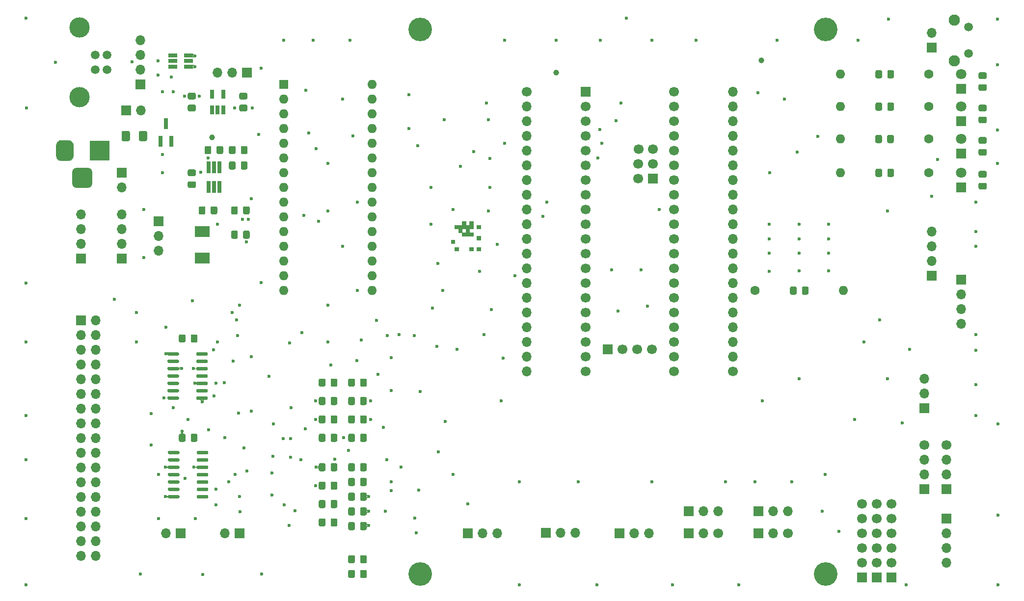
<source format=gbr>
G04 #@! TF.GenerationSoftware,KiCad,Pcbnew,(5.1.9)-1*
G04 #@! TF.CreationDate,2021-05-08T11:38:06+01:00*
G04 #@! TF.ProjectId,Greaseweazle F1 Plus 3.5,47726561-7365-4776-9561-7a6c65204631,1*
G04 #@! TF.SameCoordinates,PX6312cb0PY6bcb370*
G04 #@! TF.FileFunction,Soldermask,Top*
G04 #@! TF.FilePolarity,Negative*
%FSLAX46Y46*%
G04 Gerber Fmt 4.6, Leading zero omitted, Abs format (unit mm)*
G04 Created by KiCad (PCBNEW (5.1.9)-1) date 2021-05-08 11:38:06*
%MOMM*%
%LPD*%
G01*
G04 APERTURE LIST*
%ADD10C,0.100000*%
%ADD11R,1.700000X1.700000*%
%ADD12C,1.700000*%
%ADD13R,0.650000X1.560000*%
%ADD14R,1.560000X0.650000*%
%ADD15R,0.650000X2.000000*%
%ADD16R,0.800000X1.900000*%
%ADD17O,1.700000X1.700000*%
%ADD18C,4.064000*%
%ADD19O,1.600000X1.600000*%
%ADD20R,1.600000X1.600000*%
%ADD21R,2.500000X1.900000*%
%ADD22C,3.500120*%
%ADD23C,1.501140*%
%ADD24C,1.600000*%
%ADD25R,1.800000X1.800000*%
%ADD26C,1.800000*%
%ADD27R,3.500000X3.500000*%
%ADD28C,1.950000*%
%ADD29C,1.508000*%
%ADD30C,0.600000*%
%ADD31C,1.000000*%
G04 APERTURE END LIST*
D10*
G36*
X24638000Y24003000D02*
G01*
X24003000Y24003000D01*
X24003000Y24638000D01*
X24638000Y24638000D01*
X24638000Y24003000D01*
G37*
X24638000Y24003000D02*
X24003000Y24003000D01*
X24003000Y24638000D01*
X24638000Y24638000D01*
X24638000Y24003000D01*
G36*
X24638000Y23368000D02*
G01*
X24003000Y23368000D01*
X24003000Y24003000D01*
X24638000Y24003000D01*
X24638000Y23368000D01*
G37*
X24638000Y23368000D02*
X24003000Y23368000D01*
X24003000Y24003000D01*
X24638000Y24003000D01*
X24638000Y23368000D01*
G36*
X25273000Y23368000D02*
G01*
X24638000Y23368000D01*
X24638000Y24003000D01*
X25273000Y24003000D01*
X25273000Y23368000D01*
G37*
X25273000Y23368000D02*
X24638000Y23368000D01*
X24638000Y24003000D01*
X25273000Y24003000D01*
X25273000Y23368000D01*
G36*
X24003000Y23368000D02*
G01*
X23368000Y23368000D01*
X23368000Y24003000D01*
X24003000Y24003000D01*
X24003000Y23368000D01*
G37*
X24003000Y23368000D02*
X23368000Y23368000D01*
X23368000Y24003000D01*
X24003000Y24003000D01*
X24003000Y23368000D01*
G36*
X23368000Y24003000D02*
G01*
X22733000Y24003000D01*
X22733000Y24638000D01*
X23368000Y24638000D01*
X23368000Y24003000D01*
G37*
X23368000Y24003000D02*
X22733000Y24003000D01*
X22733000Y24638000D01*
X23368000Y24638000D01*
X23368000Y24003000D01*
G36*
X26543000Y24638000D02*
G01*
X25908000Y24638000D01*
X25908000Y25273000D01*
X26543000Y25273000D01*
X26543000Y24638000D01*
G37*
X26543000Y24638000D02*
X25908000Y24638000D01*
X25908000Y25273000D01*
X26543000Y25273000D01*
X26543000Y24638000D01*
G36*
X26543000Y20828000D02*
G01*
X25908000Y20828000D01*
X25908000Y21463000D01*
X26543000Y21463000D01*
X26543000Y20828000D01*
G37*
X26543000Y20828000D02*
X25908000Y20828000D01*
X25908000Y21463000D01*
X26543000Y21463000D01*
X26543000Y20828000D01*
G36*
X25273000Y25273000D02*
G01*
X24638000Y25273000D01*
X24638000Y25908000D01*
X25273000Y25908000D01*
X25273000Y25273000D01*
G37*
X25273000Y25273000D02*
X24638000Y25273000D01*
X24638000Y25908000D01*
X25273000Y25908000D01*
X25273000Y25273000D01*
G36*
X25273000Y24638000D02*
G01*
X24638000Y24638000D01*
X24638000Y25273000D01*
X25273000Y25273000D01*
X25273000Y24638000D01*
G37*
X25273000Y24638000D02*
X24638000Y24638000D01*
X24638000Y25273000D01*
X25273000Y25273000D01*
X25273000Y24638000D01*
G36*
X24638000Y24638000D02*
G01*
X24003000Y24638000D01*
X24003000Y25273000D01*
X24638000Y25273000D01*
X24638000Y24638000D01*
G37*
X24638000Y24638000D02*
X24003000Y24638000D01*
X24003000Y25273000D01*
X24638000Y25273000D01*
X24638000Y24638000D01*
G36*
X24003000Y24638000D02*
G01*
X23368000Y24638000D01*
X23368000Y25273000D01*
X24003000Y25273000D01*
X24003000Y24638000D01*
G37*
X24003000Y24638000D02*
X23368000Y24638000D01*
X23368000Y25273000D01*
X24003000Y25273000D01*
X24003000Y24638000D01*
G36*
X24003000Y25273000D02*
G01*
X23368000Y25273000D01*
X23368000Y25908000D01*
X24003000Y25908000D01*
X24003000Y25273000D01*
G37*
X24003000Y25273000D02*
X23368000Y25273000D01*
X23368000Y25908000D01*
X24003000Y25908000D01*
X24003000Y25273000D01*
G36*
X23368000Y24638000D02*
G01*
X22733000Y24638000D01*
X22733000Y25273000D01*
X23368000Y25273000D01*
X23368000Y24638000D01*
G37*
X23368000Y24638000D02*
X22733000Y24638000D01*
X22733000Y25273000D01*
X23368000Y25273000D01*
X23368000Y24638000D01*
G36*
X22733000Y24638000D02*
G01*
X22098000Y24638000D01*
X22098000Y25273000D01*
X22733000Y25273000D01*
X22733000Y24638000D01*
G37*
X22733000Y24638000D02*
X22098000Y24638000D01*
X22098000Y25273000D01*
X22733000Y25273000D01*
X22733000Y24638000D01*
G36*
X22098000Y22098000D02*
G01*
X21463000Y22098000D01*
X21463000Y22733000D01*
X22098000Y22733000D01*
X22098000Y22098000D01*
G37*
X22098000Y22098000D02*
X21463000Y22098000D01*
X21463000Y22733000D01*
X22098000Y22733000D01*
X22098000Y22098000D01*
G36*
X22733000Y20828000D02*
G01*
X22098000Y20828000D01*
X22098000Y21463000D01*
X22733000Y21463000D01*
X22733000Y20828000D01*
G37*
X22733000Y20828000D02*
X22098000Y20828000D01*
X22098000Y21463000D01*
X22733000Y21463000D01*
X22733000Y20828000D01*
G36*
X25273000Y20828000D02*
G01*
X24638000Y20828000D01*
X24638000Y21463000D01*
X25273000Y21463000D01*
X25273000Y20828000D01*
G37*
X25273000Y20828000D02*
X24638000Y20828000D01*
X24638000Y21463000D01*
X25273000Y21463000D01*
X25273000Y20828000D01*
G36*
X26543000Y22733000D02*
G01*
X25908000Y22733000D01*
X25908000Y23368000D01*
X26543000Y23368000D01*
X26543000Y22733000D01*
G37*
X26543000Y22733000D02*
X25908000Y22733000D01*
X25908000Y23368000D01*
X26543000Y23368000D01*
X26543000Y22733000D01*
G36*
X24638000Y24003000D02*
G01*
X24003000Y24003000D01*
X24003000Y24638000D01*
X24638000Y24638000D01*
X24638000Y24003000D01*
G37*
X24638000Y24003000D02*
X24003000Y24003000D01*
X24003000Y24638000D01*
X24638000Y24638000D01*
X24638000Y24003000D01*
G36*
X24638000Y23368000D02*
G01*
X24003000Y23368000D01*
X24003000Y24003000D01*
X24638000Y24003000D01*
X24638000Y23368000D01*
G37*
X24638000Y23368000D02*
X24003000Y23368000D01*
X24003000Y24003000D01*
X24638000Y24003000D01*
X24638000Y23368000D01*
G36*
X25273000Y23368000D02*
G01*
X24638000Y23368000D01*
X24638000Y24003000D01*
X25273000Y24003000D01*
X25273000Y23368000D01*
G37*
X25273000Y23368000D02*
X24638000Y23368000D01*
X24638000Y24003000D01*
X25273000Y24003000D01*
X25273000Y23368000D01*
G36*
X24003000Y23368000D02*
G01*
X23368000Y23368000D01*
X23368000Y24003000D01*
X24003000Y24003000D01*
X24003000Y23368000D01*
G37*
X24003000Y23368000D02*
X23368000Y23368000D01*
X23368000Y24003000D01*
X24003000Y24003000D01*
X24003000Y23368000D01*
G36*
X23368000Y24003000D02*
G01*
X22733000Y24003000D01*
X22733000Y24638000D01*
X23368000Y24638000D01*
X23368000Y24003000D01*
G37*
X23368000Y24003000D02*
X22733000Y24003000D01*
X22733000Y24638000D01*
X23368000Y24638000D01*
X23368000Y24003000D01*
G36*
X26543000Y24638000D02*
G01*
X25908000Y24638000D01*
X25908000Y25273000D01*
X26543000Y25273000D01*
X26543000Y24638000D01*
G37*
X26543000Y24638000D02*
X25908000Y24638000D01*
X25908000Y25273000D01*
X26543000Y25273000D01*
X26543000Y24638000D01*
G36*
X26543000Y20828000D02*
G01*
X25908000Y20828000D01*
X25908000Y21463000D01*
X26543000Y21463000D01*
X26543000Y20828000D01*
G37*
X26543000Y20828000D02*
X25908000Y20828000D01*
X25908000Y21463000D01*
X26543000Y21463000D01*
X26543000Y20828000D01*
G36*
X25273000Y25273000D02*
G01*
X24638000Y25273000D01*
X24638000Y25908000D01*
X25273000Y25908000D01*
X25273000Y25273000D01*
G37*
X25273000Y25273000D02*
X24638000Y25273000D01*
X24638000Y25908000D01*
X25273000Y25908000D01*
X25273000Y25273000D01*
G36*
X25273000Y24638000D02*
G01*
X24638000Y24638000D01*
X24638000Y25273000D01*
X25273000Y25273000D01*
X25273000Y24638000D01*
G37*
X25273000Y24638000D02*
X24638000Y24638000D01*
X24638000Y25273000D01*
X25273000Y25273000D01*
X25273000Y24638000D01*
G36*
X24638000Y24638000D02*
G01*
X24003000Y24638000D01*
X24003000Y25273000D01*
X24638000Y25273000D01*
X24638000Y24638000D01*
G37*
X24638000Y24638000D02*
X24003000Y24638000D01*
X24003000Y25273000D01*
X24638000Y25273000D01*
X24638000Y24638000D01*
G36*
X24003000Y24638000D02*
G01*
X23368000Y24638000D01*
X23368000Y25273000D01*
X24003000Y25273000D01*
X24003000Y24638000D01*
G37*
X24003000Y24638000D02*
X23368000Y24638000D01*
X23368000Y25273000D01*
X24003000Y25273000D01*
X24003000Y24638000D01*
G36*
X24003000Y25273000D02*
G01*
X23368000Y25273000D01*
X23368000Y25908000D01*
X24003000Y25908000D01*
X24003000Y25273000D01*
G37*
X24003000Y25273000D02*
X23368000Y25273000D01*
X23368000Y25908000D01*
X24003000Y25908000D01*
X24003000Y25273000D01*
G36*
X23368000Y24638000D02*
G01*
X22733000Y24638000D01*
X22733000Y25273000D01*
X23368000Y25273000D01*
X23368000Y24638000D01*
G37*
X23368000Y24638000D02*
X22733000Y24638000D01*
X22733000Y25273000D01*
X23368000Y25273000D01*
X23368000Y24638000D01*
G36*
X22733000Y24638000D02*
G01*
X22098000Y24638000D01*
X22098000Y25273000D01*
X22733000Y25273000D01*
X22733000Y24638000D01*
G37*
X22733000Y24638000D02*
X22098000Y24638000D01*
X22098000Y25273000D01*
X22733000Y25273000D01*
X22733000Y24638000D01*
G36*
X22098000Y22098000D02*
G01*
X21463000Y22098000D01*
X21463000Y22733000D01*
X22098000Y22733000D01*
X22098000Y22098000D01*
G37*
X22098000Y22098000D02*
X21463000Y22098000D01*
X21463000Y22733000D01*
X22098000Y22733000D01*
X22098000Y22098000D01*
G36*
X22733000Y20828000D02*
G01*
X22098000Y20828000D01*
X22098000Y21463000D01*
X22733000Y21463000D01*
X22733000Y20828000D01*
G37*
X22733000Y20828000D02*
X22098000Y20828000D01*
X22098000Y21463000D01*
X22733000Y21463000D01*
X22733000Y20828000D01*
G36*
X25273000Y20828000D02*
G01*
X24638000Y20828000D01*
X24638000Y21463000D01*
X25273000Y21463000D01*
X25273000Y20828000D01*
G37*
X25273000Y20828000D02*
X24638000Y20828000D01*
X24638000Y21463000D01*
X25273000Y21463000D01*
X25273000Y20828000D01*
G36*
X26543000Y22733000D02*
G01*
X25908000Y22733000D01*
X25908000Y23368000D01*
X26543000Y23368000D01*
X26543000Y22733000D01*
G37*
X26543000Y22733000D02*
X25908000Y22733000D01*
X25908000Y23368000D01*
X26543000Y23368000D01*
X26543000Y22733000D01*
G36*
G01*
X5784000Y-11880001D02*
X5784000Y-10979999D01*
G75*
G02*
X6033999Y-10730000I249999J0D01*
G01*
X6684001Y-10730000D01*
G75*
G02*
X6934000Y-10979999I0J-249999D01*
G01*
X6934000Y-11880001D01*
G75*
G02*
X6684001Y-12130000I-249999J0D01*
G01*
X6033999Y-12130000D01*
G75*
G02*
X5784000Y-11880001I0J249999D01*
G01*
G37*
G36*
G01*
X3734000Y-11880001D02*
X3734000Y-10979999D01*
G75*
G02*
X3983999Y-10730000I249999J0D01*
G01*
X4634001Y-10730000D01*
G75*
G02*
X4884000Y-10979999I0J-249999D01*
G01*
X4884000Y-11880001D01*
G75*
G02*
X4634001Y-12130000I-249999J0D01*
G01*
X3983999Y-12130000D01*
G75*
G02*
X3734000Y-11880001I0J249999D01*
G01*
G37*
G36*
G01*
X-196000Y-1454999D02*
X-196000Y-2355001D01*
G75*
G02*
X-445999Y-2605000I-249999J0D01*
G01*
X-1096001Y-2605000D01*
G75*
G02*
X-1346000Y-2355001I0J249999D01*
G01*
X-1346000Y-1454999D01*
G75*
G02*
X-1096001Y-1205000I249999J0D01*
G01*
X-445999Y-1205000D01*
G75*
G02*
X-196000Y-1454999I0J-249999D01*
G01*
G37*
G36*
G01*
X1854000Y-1454999D02*
X1854000Y-2355001D01*
G75*
G02*
X1604001Y-2605000I-249999J0D01*
G01*
X953999Y-2605000D01*
G75*
G02*
X704000Y-2355001I0J249999D01*
G01*
X704000Y-1454999D01*
G75*
G02*
X953999Y-1205000I249999J0D01*
G01*
X1604001Y-1205000D01*
G75*
G02*
X1854000Y-1454999I0J-249999D01*
G01*
G37*
G36*
G01*
X5784000Y-8705001D02*
X5784000Y-7804999D01*
G75*
G02*
X6033999Y-7555000I249999J0D01*
G01*
X6684001Y-7555000D01*
G75*
G02*
X6934000Y-7804999I0J-249999D01*
G01*
X6934000Y-8705001D01*
G75*
G02*
X6684001Y-8955000I-249999J0D01*
G01*
X6033999Y-8955000D01*
G75*
G02*
X5784000Y-8705001I0J249999D01*
G01*
G37*
G36*
G01*
X3734000Y-8705001D02*
X3734000Y-7804999D01*
G75*
G02*
X3983999Y-7555000I249999J0D01*
G01*
X4634001Y-7555000D01*
G75*
G02*
X4884000Y-7804999I0J-249999D01*
G01*
X4884000Y-8705001D01*
G75*
G02*
X4634001Y-8955000I-249999J0D01*
G01*
X3983999Y-8955000D01*
G75*
G02*
X3734000Y-8705001I0J249999D01*
G01*
G37*
G36*
G01*
X-196000Y-16059999D02*
X-196000Y-16960001D01*
G75*
G02*
X-445999Y-17210000I-249999J0D01*
G01*
X-1096001Y-17210000D01*
G75*
G02*
X-1346000Y-16960001I0J249999D01*
G01*
X-1346000Y-16059999D01*
G75*
G02*
X-1096001Y-15810000I249999J0D01*
G01*
X-445999Y-15810000D01*
G75*
G02*
X-196000Y-16059999I0J-249999D01*
G01*
G37*
G36*
G01*
X1854000Y-16059999D02*
X1854000Y-16960001D01*
G75*
G02*
X1604001Y-17210000I-249999J0D01*
G01*
X953999Y-17210000D01*
G75*
G02*
X704000Y-16960001I0J249999D01*
G01*
X704000Y-16059999D01*
G75*
G02*
X953999Y-15810000I249999J0D01*
G01*
X1604001Y-15810000D01*
G75*
G02*
X1854000Y-16059999I0J-249999D01*
G01*
G37*
G36*
G01*
X-196000Y-4629999D02*
X-196000Y-5530001D01*
G75*
G02*
X-445999Y-5780000I-249999J0D01*
G01*
X-1096001Y-5780000D01*
G75*
G02*
X-1346000Y-5530001I0J249999D01*
G01*
X-1346000Y-4629999D01*
G75*
G02*
X-1096001Y-4380000I249999J0D01*
G01*
X-445999Y-4380000D01*
G75*
G02*
X-196000Y-4629999I0J-249999D01*
G01*
G37*
G36*
G01*
X1854000Y-4629999D02*
X1854000Y-5530001D01*
G75*
G02*
X1604001Y-5780000I-249999J0D01*
G01*
X953999Y-5780000D01*
G75*
G02*
X704000Y-5530001I0J249999D01*
G01*
X704000Y-4629999D01*
G75*
G02*
X953999Y-4380000I249999J0D01*
G01*
X1604001Y-4380000D01*
G75*
G02*
X1854000Y-4629999I0J-249999D01*
G01*
G37*
G36*
G01*
X5784000Y-5530001D02*
X5784000Y-4629999D01*
G75*
G02*
X6033999Y-4380000I249999J0D01*
G01*
X6684001Y-4380000D01*
G75*
G02*
X6934000Y-4629999I0J-249999D01*
G01*
X6934000Y-5530001D01*
G75*
G02*
X6684001Y-5780000I-249999J0D01*
G01*
X6033999Y-5780000D01*
G75*
G02*
X5784000Y-5530001I0J249999D01*
G01*
G37*
G36*
G01*
X3734000Y-5530001D02*
X3734000Y-4629999D01*
G75*
G02*
X3983999Y-4380000I249999J0D01*
G01*
X4634001Y-4380000D01*
G75*
G02*
X4884000Y-4629999I0J-249999D01*
G01*
X4884000Y-5530001D01*
G75*
G02*
X4634001Y-5780000I-249999J0D01*
G01*
X3983999Y-5780000D01*
G75*
G02*
X3734000Y-5530001I0J249999D01*
G01*
G37*
G36*
G01*
X-196000Y-19234999D02*
X-196000Y-20135001D01*
G75*
G02*
X-445999Y-20385000I-249999J0D01*
G01*
X-1096001Y-20385000D01*
G75*
G02*
X-1346000Y-20135001I0J249999D01*
G01*
X-1346000Y-19234999D01*
G75*
G02*
X-1096001Y-18985000I249999J0D01*
G01*
X-445999Y-18985000D01*
G75*
G02*
X-196000Y-19234999I0J-249999D01*
G01*
G37*
G36*
G01*
X1854000Y-19234999D02*
X1854000Y-20135001D01*
G75*
G02*
X1604001Y-20385000I-249999J0D01*
G01*
X953999Y-20385000D01*
G75*
G02*
X704000Y-20135001I0J249999D01*
G01*
X704000Y-19234999D01*
G75*
G02*
X953999Y-18985000I249999J0D01*
G01*
X1604001Y-18985000D01*
G75*
G02*
X1854000Y-19234999I0J-249999D01*
G01*
G37*
G36*
G01*
X-196000Y-7804999D02*
X-196000Y-8705001D01*
G75*
G02*
X-445999Y-8955000I-249999J0D01*
G01*
X-1096001Y-8955000D01*
G75*
G02*
X-1346000Y-8705001I0J249999D01*
G01*
X-1346000Y-7804999D01*
G75*
G02*
X-1096001Y-7555000I249999J0D01*
G01*
X-445999Y-7555000D01*
G75*
G02*
X-196000Y-7804999I0J-249999D01*
G01*
G37*
G36*
G01*
X1854000Y-7804999D02*
X1854000Y-8705001D01*
G75*
G02*
X1604001Y-8955000I-249999J0D01*
G01*
X953999Y-8955000D01*
G75*
G02*
X704000Y-8705001I0J249999D01*
G01*
X704000Y-7804999D01*
G75*
G02*
X953999Y-7555000I249999J0D01*
G01*
X1604001Y-7555000D01*
G75*
G02*
X1854000Y-7804999I0J-249999D01*
G01*
G37*
G36*
G01*
X5784000Y-2355001D02*
X5784000Y-1454999D01*
G75*
G02*
X6033999Y-1205000I249999J0D01*
G01*
X6684001Y-1205000D01*
G75*
G02*
X6934000Y-1454999I0J-249999D01*
G01*
X6934000Y-2355001D01*
G75*
G02*
X6684001Y-2605000I-249999J0D01*
G01*
X6033999Y-2605000D01*
G75*
G02*
X5784000Y-2355001I0J249999D01*
G01*
G37*
G36*
G01*
X3734000Y-2355001D02*
X3734000Y-1454999D01*
G75*
G02*
X3983999Y-1205000I249999J0D01*
G01*
X4634001Y-1205000D01*
G75*
G02*
X4884000Y-1454999I0J-249999D01*
G01*
X4884000Y-2355001D01*
G75*
G02*
X4634001Y-2605000I-249999J0D01*
G01*
X3983999Y-2605000D01*
G75*
G02*
X3734000Y-2355001I0J249999D01*
G01*
G37*
G36*
G01*
X-196000Y-22409999D02*
X-196000Y-23310001D01*
G75*
G02*
X-445999Y-23560000I-249999J0D01*
G01*
X-1096001Y-23560000D01*
G75*
G02*
X-1346000Y-23310001I0J249999D01*
G01*
X-1346000Y-22409999D01*
G75*
G02*
X-1096001Y-22160000I249999J0D01*
G01*
X-445999Y-22160000D01*
G75*
G02*
X-196000Y-22409999I0J-249999D01*
G01*
G37*
G36*
G01*
X1854000Y-22409999D02*
X1854000Y-23310001D01*
G75*
G02*
X1604001Y-23560000I-249999J0D01*
G01*
X953999Y-23560000D01*
G75*
G02*
X704000Y-23310001I0J249999D01*
G01*
X704000Y-22409999D01*
G75*
G02*
X953999Y-22160000I249999J0D01*
G01*
X1604001Y-22160000D01*
G75*
G02*
X1854000Y-22409999I0J-249999D01*
G01*
G37*
G36*
G01*
X-196000Y-10979999D02*
X-196000Y-11880001D01*
G75*
G02*
X-445999Y-12130000I-249999J0D01*
G01*
X-1096001Y-12130000D01*
G75*
G02*
X-1346000Y-11880001I0J249999D01*
G01*
X-1346000Y-10979999D01*
G75*
G02*
X-1096001Y-10730000I249999J0D01*
G01*
X-445999Y-10730000D01*
G75*
G02*
X-196000Y-10979999I0J-249999D01*
G01*
G37*
G36*
G01*
X1854000Y-10979999D02*
X1854000Y-11880001D01*
G75*
G02*
X1604001Y-12130000I-249999J0D01*
G01*
X953999Y-12130000D01*
G75*
G02*
X704000Y-11880001I0J249999D01*
G01*
X704000Y-10979999D01*
G75*
G02*
X953999Y-10730000I249999J0D01*
G01*
X1604001Y-10730000D01*
G75*
G02*
X1854000Y-10979999I0J-249999D01*
G01*
G37*
G36*
G01*
X-196000Y-25584999D02*
X-196000Y-26485001D01*
G75*
G02*
X-445999Y-26735000I-249999J0D01*
G01*
X-1096001Y-26735000D01*
G75*
G02*
X-1346000Y-26485001I0J249999D01*
G01*
X-1346000Y-25584999D01*
G75*
G02*
X-1096001Y-25335000I249999J0D01*
G01*
X-445999Y-25335000D01*
G75*
G02*
X-196000Y-25584999I0J-249999D01*
G01*
G37*
G36*
G01*
X1854000Y-25584999D02*
X1854000Y-26485001D01*
G75*
G02*
X1604001Y-26735000I-249999J0D01*
G01*
X953999Y-26735000D01*
G75*
G02*
X704000Y-26485001I0J249999D01*
G01*
X704000Y-25584999D01*
G75*
G02*
X953999Y-25335000I249999J0D01*
G01*
X1604001Y-25335000D01*
G75*
G02*
X1854000Y-25584999I0J-249999D01*
G01*
G37*
G36*
G01*
X5784000Y-16960001D02*
X5784000Y-16059999D01*
G75*
G02*
X6033999Y-15810000I249999J0D01*
G01*
X6684001Y-15810000D01*
G75*
G02*
X6934000Y-16059999I0J-249999D01*
G01*
X6934000Y-16960001D01*
G75*
G02*
X6684001Y-17210000I-249999J0D01*
G01*
X6033999Y-17210000D01*
G75*
G02*
X5784000Y-16960001I0J249999D01*
G01*
G37*
G36*
G01*
X3734000Y-16960001D02*
X3734000Y-16059999D01*
G75*
G02*
X3983999Y-15810000I249999J0D01*
G01*
X4634001Y-15810000D01*
G75*
G02*
X4884000Y-16059999I0J-249999D01*
G01*
X4884000Y-16960001D01*
G75*
G02*
X4634001Y-17210000I-249999J0D01*
G01*
X3983999Y-17210000D01*
G75*
G02*
X3734000Y-16960001I0J249999D01*
G01*
G37*
G36*
G01*
X-22376000Y-14120000D02*
X-22376000Y-13820000D01*
G75*
G02*
X-22226000Y-13670000I150000J0D01*
G01*
X-20576000Y-13670000D01*
G75*
G02*
X-20426000Y-13820000I0J-150000D01*
G01*
X-20426000Y-14120000D01*
G75*
G02*
X-20576000Y-14270000I-150000J0D01*
G01*
X-22226000Y-14270000D01*
G75*
G02*
X-22376000Y-14120000I0J150000D01*
G01*
G37*
G36*
G01*
X-22376000Y-15390000D02*
X-22376000Y-15090000D01*
G75*
G02*
X-22226000Y-14940000I150000J0D01*
G01*
X-20576000Y-14940000D01*
G75*
G02*
X-20426000Y-15090000I0J-150000D01*
G01*
X-20426000Y-15390000D01*
G75*
G02*
X-20576000Y-15540000I-150000J0D01*
G01*
X-22226000Y-15540000D01*
G75*
G02*
X-22376000Y-15390000I0J150000D01*
G01*
G37*
G36*
G01*
X-22376000Y-16660000D02*
X-22376000Y-16360000D01*
G75*
G02*
X-22226000Y-16210000I150000J0D01*
G01*
X-20576000Y-16210000D01*
G75*
G02*
X-20426000Y-16360000I0J-150000D01*
G01*
X-20426000Y-16660000D01*
G75*
G02*
X-20576000Y-16810000I-150000J0D01*
G01*
X-22226000Y-16810000D01*
G75*
G02*
X-22376000Y-16660000I0J150000D01*
G01*
G37*
G36*
G01*
X-22376000Y-17930000D02*
X-22376000Y-17630000D01*
G75*
G02*
X-22226000Y-17480000I150000J0D01*
G01*
X-20576000Y-17480000D01*
G75*
G02*
X-20426000Y-17630000I0J-150000D01*
G01*
X-20426000Y-17930000D01*
G75*
G02*
X-20576000Y-18080000I-150000J0D01*
G01*
X-22226000Y-18080000D01*
G75*
G02*
X-22376000Y-17930000I0J150000D01*
G01*
G37*
G36*
G01*
X-22376000Y-19200000D02*
X-22376000Y-18900000D01*
G75*
G02*
X-22226000Y-18750000I150000J0D01*
G01*
X-20576000Y-18750000D01*
G75*
G02*
X-20426000Y-18900000I0J-150000D01*
G01*
X-20426000Y-19200000D01*
G75*
G02*
X-20576000Y-19350000I-150000J0D01*
G01*
X-22226000Y-19350000D01*
G75*
G02*
X-22376000Y-19200000I0J150000D01*
G01*
G37*
G36*
G01*
X-22376000Y-20470000D02*
X-22376000Y-20170000D01*
G75*
G02*
X-22226000Y-20020000I150000J0D01*
G01*
X-20576000Y-20020000D01*
G75*
G02*
X-20426000Y-20170000I0J-150000D01*
G01*
X-20426000Y-20470000D01*
G75*
G02*
X-20576000Y-20620000I-150000J0D01*
G01*
X-22226000Y-20620000D01*
G75*
G02*
X-22376000Y-20470000I0J150000D01*
G01*
G37*
G36*
G01*
X-22376000Y-21740000D02*
X-22376000Y-21440000D01*
G75*
G02*
X-22226000Y-21290000I150000J0D01*
G01*
X-20576000Y-21290000D01*
G75*
G02*
X-20426000Y-21440000I0J-150000D01*
G01*
X-20426000Y-21740000D01*
G75*
G02*
X-20576000Y-21890000I-150000J0D01*
G01*
X-22226000Y-21890000D01*
G75*
G02*
X-22376000Y-21740000I0J150000D01*
G01*
G37*
G36*
G01*
X-27326000Y-21740000D02*
X-27326000Y-21440000D01*
G75*
G02*
X-27176000Y-21290000I150000J0D01*
G01*
X-25526000Y-21290000D01*
G75*
G02*
X-25376000Y-21440000I0J-150000D01*
G01*
X-25376000Y-21740000D01*
G75*
G02*
X-25526000Y-21890000I-150000J0D01*
G01*
X-27176000Y-21890000D01*
G75*
G02*
X-27326000Y-21740000I0J150000D01*
G01*
G37*
G36*
G01*
X-27326000Y-20470000D02*
X-27326000Y-20170000D01*
G75*
G02*
X-27176000Y-20020000I150000J0D01*
G01*
X-25526000Y-20020000D01*
G75*
G02*
X-25376000Y-20170000I0J-150000D01*
G01*
X-25376000Y-20470000D01*
G75*
G02*
X-25526000Y-20620000I-150000J0D01*
G01*
X-27176000Y-20620000D01*
G75*
G02*
X-27326000Y-20470000I0J150000D01*
G01*
G37*
G36*
G01*
X-27326000Y-19200000D02*
X-27326000Y-18900000D01*
G75*
G02*
X-27176000Y-18750000I150000J0D01*
G01*
X-25526000Y-18750000D01*
G75*
G02*
X-25376000Y-18900000I0J-150000D01*
G01*
X-25376000Y-19200000D01*
G75*
G02*
X-25526000Y-19350000I-150000J0D01*
G01*
X-27176000Y-19350000D01*
G75*
G02*
X-27326000Y-19200000I0J150000D01*
G01*
G37*
G36*
G01*
X-27326000Y-17930000D02*
X-27326000Y-17630000D01*
G75*
G02*
X-27176000Y-17480000I150000J0D01*
G01*
X-25526000Y-17480000D01*
G75*
G02*
X-25376000Y-17630000I0J-150000D01*
G01*
X-25376000Y-17930000D01*
G75*
G02*
X-25526000Y-18080000I-150000J0D01*
G01*
X-27176000Y-18080000D01*
G75*
G02*
X-27326000Y-17930000I0J150000D01*
G01*
G37*
G36*
G01*
X-27326000Y-16660000D02*
X-27326000Y-16360000D01*
G75*
G02*
X-27176000Y-16210000I150000J0D01*
G01*
X-25526000Y-16210000D01*
G75*
G02*
X-25376000Y-16360000I0J-150000D01*
G01*
X-25376000Y-16660000D01*
G75*
G02*
X-25526000Y-16810000I-150000J0D01*
G01*
X-27176000Y-16810000D01*
G75*
G02*
X-27326000Y-16660000I0J150000D01*
G01*
G37*
G36*
G01*
X-27326000Y-15390000D02*
X-27326000Y-15090000D01*
G75*
G02*
X-27176000Y-14940000I150000J0D01*
G01*
X-25526000Y-14940000D01*
G75*
G02*
X-25376000Y-15090000I0J-150000D01*
G01*
X-25376000Y-15390000D01*
G75*
G02*
X-25526000Y-15540000I-150000J0D01*
G01*
X-27176000Y-15540000D01*
G75*
G02*
X-27326000Y-15390000I0J150000D01*
G01*
G37*
G36*
G01*
X-27326000Y-14120000D02*
X-27326000Y-13820000D01*
G75*
G02*
X-27176000Y-13670000I150000J0D01*
G01*
X-25526000Y-13670000D01*
G75*
G02*
X-25376000Y-13820000I0J-150000D01*
G01*
X-25376000Y-14120000D01*
G75*
G02*
X-25526000Y-14270000I-150000J0D01*
G01*
X-27176000Y-14270000D01*
G75*
G02*
X-27326000Y-14120000I0J150000D01*
G01*
G37*
G36*
G01*
X-22460999Y2898000D02*
X-22460999Y3198000D01*
G75*
G02*
X-22310999Y3348000I150000J0D01*
G01*
X-20660999Y3348000D01*
G75*
G02*
X-20510999Y3198000I0J-150000D01*
G01*
X-20510999Y2898000D01*
G75*
G02*
X-20660999Y2748000I-150000J0D01*
G01*
X-22310999Y2748000D01*
G75*
G02*
X-22460999Y2898000I0J150000D01*
G01*
G37*
G36*
G01*
X-22460999Y1628000D02*
X-22460999Y1928000D01*
G75*
G02*
X-22310999Y2078000I150000J0D01*
G01*
X-20660999Y2078000D01*
G75*
G02*
X-20510999Y1928000I0J-150000D01*
G01*
X-20510999Y1628000D01*
G75*
G02*
X-20660999Y1478000I-150000J0D01*
G01*
X-22310999Y1478000D01*
G75*
G02*
X-22460999Y1628000I0J150000D01*
G01*
G37*
G36*
G01*
X-22460999Y358000D02*
X-22460999Y658000D01*
G75*
G02*
X-22310999Y808000I150000J0D01*
G01*
X-20660999Y808000D01*
G75*
G02*
X-20510999Y658000I0J-150000D01*
G01*
X-20510999Y358000D01*
G75*
G02*
X-20660999Y208000I-150000J0D01*
G01*
X-22310999Y208000D01*
G75*
G02*
X-22460999Y358000I0J150000D01*
G01*
G37*
G36*
G01*
X-22460999Y-912000D02*
X-22460999Y-612000D01*
G75*
G02*
X-22310999Y-462000I150000J0D01*
G01*
X-20660999Y-462000D01*
G75*
G02*
X-20510999Y-612000I0J-150000D01*
G01*
X-20510999Y-912000D01*
G75*
G02*
X-20660999Y-1062000I-150000J0D01*
G01*
X-22310999Y-1062000D01*
G75*
G02*
X-22460999Y-912000I0J150000D01*
G01*
G37*
G36*
G01*
X-22460999Y-2182000D02*
X-22460999Y-1882000D01*
G75*
G02*
X-22310999Y-1732000I150000J0D01*
G01*
X-20660999Y-1732000D01*
G75*
G02*
X-20510999Y-1882000I0J-150000D01*
G01*
X-20510999Y-2182000D01*
G75*
G02*
X-20660999Y-2332000I-150000J0D01*
G01*
X-22310999Y-2332000D01*
G75*
G02*
X-22460999Y-2182000I0J150000D01*
G01*
G37*
G36*
G01*
X-22460999Y-3452000D02*
X-22460999Y-3152000D01*
G75*
G02*
X-22310999Y-3002000I150000J0D01*
G01*
X-20660999Y-3002000D01*
G75*
G02*
X-20510999Y-3152000I0J-150000D01*
G01*
X-20510999Y-3452000D01*
G75*
G02*
X-20660999Y-3602000I-150000J0D01*
G01*
X-22310999Y-3602000D01*
G75*
G02*
X-22460999Y-3452000I0J150000D01*
G01*
G37*
G36*
G01*
X-22460999Y-4722000D02*
X-22460999Y-4422000D01*
G75*
G02*
X-22310999Y-4272000I150000J0D01*
G01*
X-20660999Y-4272000D01*
G75*
G02*
X-20510999Y-4422000I0J-150000D01*
G01*
X-20510999Y-4722000D01*
G75*
G02*
X-20660999Y-4872000I-150000J0D01*
G01*
X-22310999Y-4872000D01*
G75*
G02*
X-22460999Y-4722000I0J150000D01*
G01*
G37*
G36*
G01*
X-27410999Y-4722000D02*
X-27410999Y-4422000D01*
G75*
G02*
X-27260999Y-4272000I150000J0D01*
G01*
X-25610999Y-4272000D01*
G75*
G02*
X-25460999Y-4422000I0J-150000D01*
G01*
X-25460999Y-4722000D01*
G75*
G02*
X-25610999Y-4872000I-150000J0D01*
G01*
X-27260999Y-4872000D01*
G75*
G02*
X-27410999Y-4722000I0J150000D01*
G01*
G37*
G36*
G01*
X-27410999Y-3452000D02*
X-27410999Y-3152000D01*
G75*
G02*
X-27260999Y-3002000I150000J0D01*
G01*
X-25610999Y-3002000D01*
G75*
G02*
X-25460999Y-3152000I0J-150000D01*
G01*
X-25460999Y-3452000D01*
G75*
G02*
X-25610999Y-3602000I-150000J0D01*
G01*
X-27260999Y-3602000D01*
G75*
G02*
X-27410999Y-3452000I0J150000D01*
G01*
G37*
G36*
G01*
X-27410999Y-2182000D02*
X-27410999Y-1882000D01*
G75*
G02*
X-27260999Y-1732000I150000J0D01*
G01*
X-25610999Y-1732000D01*
G75*
G02*
X-25460999Y-1882000I0J-150000D01*
G01*
X-25460999Y-2182000D01*
G75*
G02*
X-25610999Y-2332000I-150000J0D01*
G01*
X-27260999Y-2332000D01*
G75*
G02*
X-27410999Y-2182000I0J150000D01*
G01*
G37*
G36*
G01*
X-27410999Y-912000D02*
X-27410999Y-612000D01*
G75*
G02*
X-27260999Y-462000I150000J0D01*
G01*
X-25610999Y-462000D01*
G75*
G02*
X-25460999Y-612000I0J-150000D01*
G01*
X-25460999Y-912000D01*
G75*
G02*
X-25610999Y-1062000I-150000J0D01*
G01*
X-27260999Y-1062000D01*
G75*
G02*
X-27410999Y-912000I0J150000D01*
G01*
G37*
G36*
G01*
X-27410999Y358000D02*
X-27410999Y658000D01*
G75*
G02*
X-27260999Y808000I150000J0D01*
G01*
X-25610999Y808000D01*
G75*
G02*
X-25460999Y658000I0J-150000D01*
G01*
X-25460999Y358000D01*
G75*
G02*
X-25610999Y208000I-150000J0D01*
G01*
X-27260999Y208000D01*
G75*
G02*
X-27410999Y358000I0J150000D01*
G01*
G37*
G36*
G01*
X-27410999Y1628000D02*
X-27410999Y1928000D01*
G75*
G02*
X-27260999Y2078000I150000J0D01*
G01*
X-25610999Y2078000D01*
G75*
G02*
X-25460999Y1928000I0J-150000D01*
G01*
X-25460999Y1628000D01*
G75*
G02*
X-25610999Y1478000I-150000J0D01*
G01*
X-27260999Y1478000D01*
G75*
G02*
X-27410999Y1628000I0J150000D01*
G01*
G37*
G36*
G01*
X-27410999Y2898000D02*
X-27410999Y3198000D01*
G75*
G02*
X-27260999Y3348000I150000J0D01*
G01*
X-25610999Y3348000D01*
G75*
G02*
X-25460999Y3198000I0J-150000D01*
G01*
X-25460999Y2898000D01*
G75*
G02*
X-25610999Y2748000I-150000J0D01*
G01*
X-27260999Y2748000D01*
G75*
G02*
X-27410999Y2898000I0J150000D01*
G01*
G37*
G36*
G01*
X5784000Y-35375001D02*
X5784000Y-34474999D01*
G75*
G02*
X6033999Y-34225000I249999J0D01*
G01*
X6684001Y-34225000D01*
G75*
G02*
X6934000Y-34474999I0J-249999D01*
G01*
X6934000Y-35375001D01*
G75*
G02*
X6684001Y-35625000I-249999J0D01*
G01*
X6033999Y-35625000D01*
G75*
G02*
X5784000Y-35375001I0J249999D01*
G01*
G37*
G36*
G01*
X3734000Y-35375001D02*
X3734000Y-34474999D01*
G75*
G02*
X3983999Y-34225000I249999J0D01*
G01*
X4634001Y-34225000D01*
G75*
G02*
X4884000Y-34474999I0J-249999D01*
G01*
X4884000Y-35375001D01*
G75*
G02*
X4634001Y-35625000I-249999J0D01*
G01*
X3983999Y-35625000D01*
G75*
G02*
X3734000Y-35375001I0J249999D01*
G01*
G37*
G36*
G01*
X5784000Y-32835001D02*
X5784000Y-31934999D01*
G75*
G02*
X6033999Y-31685000I249999J0D01*
G01*
X6684001Y-31685000D01*
G75*
G02*
X6934000Y-31934999I0J-249999D01*
G01*
X6934000Y-32835001D01*
G75*
G02*
X6684001Y-33085000I-249999J0D01*
G01*
X6033999Y-33085000D01*
G75*
G02*
X5784000Y-32835001I0J249999D01*
G01*
G37*
G36*
G01*
X3734000Y-32835001D02*
X3734000Y-31934999D01*
G75*
G02*
X3983999Y-31685000I249999J0D01*
G01*
X4634001Y-31685000D01*
G75*
G02*
X4884000Y-31934999I0J-249999D01*
G01*
X4884000Y-32835001D01*
G75*
G02*
X4634001Y-33085000I-249999J0D01*
G01*
X3983999Y-33085000D01*
G75*
G02*
X3734000Y-32835001I0J249999D01*
G01*
G37*
G36*
G01*
X-24326000Y-10979999D02*
X-24326000Y-11880001D01*
G75*
G02*
X-24575999Y-12130000I-249999J0D01*
G01*
X-25226001Y-12130000D01*
G75*
G02*
X-25476000Y-11880001I0J249999D01*
G01*
X-25476000Y-10979999D01*
G75*
G02*
X-25226001Y-10730000I249999J0D01*
G01*
X-24575999Y-10730000D01*
G75*
G02*
X-24326000Y-10979999I0J-249999D01*
G01*
G37*
G36*
G01*
X-22276000Y-10979999D02*
X-22276000Y-11880001D01*
G75*
G02*
X-22525999Y-12130000I-249999J0D01*
G01*
X-23176001Y-12130000D01*
G75*
G02*
X-23426000Y-11880001I0J249999D01*
G01*
X-23426000Y-10979999D01*
G75*
G02*
X-23176001Y-10730000I249999J0D01*
G01*
X-22525999Y-10730000D01*
G75*
G02*
X-22276000Y-10979999I0J-249999D01*
G01*
G37*
G36*
G01*
X-24326000Y6165001D02*
X-24326000Y5264999D01*
G75*
G02*
X-24575999Y5015000I-249999J0D01*
G01*
X-25226001Y5015000D01*
G75*
G02*
X-25476000Y5264999I0J249999D01*
G01*
X-25476000Y6165001D01*
G75*
G02*
X-25226001Y6415000I249999J0D01*
G01*
X-24575999Y6415000D01*
G75*
G02*
X-24326000Y6165001I0J-249999D01*
G01*
G37*
G36*
G01*
X-22276000Y6165001D02*
X-22276000Y5264999D01*
G75*
G02*
X-22525999Y5015000I-249999J0D01*
G01*
X-23176001Y5015000D01*
G75*
G02*
X-23426000Y5264999I0J249999D01*
G01*
X-23426000Y6165001D01*
G75*
G02*
X-23176001Y6415000I249999J0D01*
G01*
X-22525999Y6415000D01*
G75*
G02*
X-22276000Y6165001I0J-249999D01*
G01*
G37*
D11*
X48514000Y3810000D03*
D12*
X51054000Y3810000D03*
X53594000Y3810000D03*
X56134000Y3810000D03*
X59944000Y48260000D03*
D11*
X44704000Y48260000D03*
D12*
X59944000Y45720000D03*
X44704000Y45720000D03*
X59944000Y43180000D03*
X44704000Y43180000D03*
X59944000Y40640000D03*
X44704000Y40640000D03*
X59944000Y38100000D03*
X44704000Y38100000D03*
X59944000Y35560000D03*
X44704000Y35560000D03*
X59944000Y33020000D03*
X44704000Y33020000D03*
X59944000Y30480000D03*
X44704000Y30480000D03*
X59944000Y27940000D03*
X44704000Y27940000D03*
X59944000Y25400000D03*
X44704000Y25400000D03*
X59944000Y22860000D03*
X44704000Y22860000D03*
X59944000Y20320000D03*
X44704000Y20320000D03*
X59944000Y17780000D03*
X44704000Y17780000D03*
X59944000Y15240000D03*
X44704000Y15240000D03*
X59944000Y12700000D03*
X44704000Y12700000D03*
X59944000Y10160000D03*
X44704000Y10160000D03*
X59944000Y7620000D03*
X44704000Y7620000D03*
X59944000Y5080000D03*
X44704000Y5080000D03*
X59944000Y2540000D03*
X44704000Y2540000D03*
X59944000Y0D03*
X44704000Y0D03*
X56273700Y35814000D03*
X56273700Y38354000D03*
D11*
X56273700Y33274000D03*
D12*
X53797200Y38354000D03*
X53733700Y35814000D03*
X53733700Y33274000D03*
X92329000Y-22860000D03*
X92329000Y-25400000D03*
X92329000Y-27940000D03*
X92329000Y-30480000D03*
X92329000Y-33020000D03*
D11*
X92329000Y-35560000D03*
D12*
X94869000Y-22860000D03*
X94869000Y-25400000D03*
X94869000Y-27940000D03*
X94869000Y-30480000D03*
X94869000Y-33020000D03*
D11*
X94869000Y-35560000D03*
D13*
X-19725999Y47857400D03*
X-17825999Y47857400D03*
X-17825999Y45157400D03*
X-18775999Y45157400D03*
X-19725999Y45157400D03*
D14*
X-23796000Y53594000D03*
X-23796000Y54544000D03*
X-23796000Y52644000D03*
X-26496000Y52644000D03*
X-26496000Y53594000D03*
X-26496000Y54544000D03*
D15*
X-18481000Y31818000D03*
X-19431000Y31818000D03*
X-20381000Y31818000D03*
X-20381000Y35238000D03*
X-19431000Y35238000D03*
X-18481000Y35238000D03*
D16*
X-27686000Y42775000D03*
X-26736000Y39775000D03*
X-28636000Y39775000D03*
G36*
G01*
X-33922000Y41265000D02*
X-33922000Y40015000D01*
G75*
G02*
X-34172000Y39765000I-250000J0D01*
G01*
X-35097000Y39765000D01*
G75*
G02*
X-35347000Y40015000I0J250000D01*
G01*
X-35347000Y41265000D01*
G75*
G02*
X-35097000Y41515000I250000J0D01*
G01*
X-34172000Y41515000D01*
G75*
G02*
X-33922000Y41265000I0J-250000D01*
G01*
G37*
G36*
G01*
X-30947000Y41265000D02*
X-30947000Y40015000D01*
G75*
G02*
X-31197000Y39765000I-250000J0D01*
G01*
X-32122000Y39765000D01*
G75*
G02*
X-32372000Y40015000I0J250000D01*
G01*
X-32372000Y41265000D01*
G75*
G02*
X-32122000Y41515000I250000J0D01*
G01*
X-31197000Y41515000D01*
G75*
G02*
X-30947000Y41265000I0J-250000D01*
G01*
G37*
D17*
X-32004000Y45085000D03*
D11*
X-34544000Y45085000D03*
D18*
X86113620Y-34935160D03*
X16113760Y59065160D03*
X16113760Y-34935160D03*
X86113620Y59065160D03*
D17*
X104394000Y58420000D03*
D11*
X104394000Y55880000D03*
D17*
X-17526000Y-27940000D03*
D11*
X-14986000Y-27940000D03*
D17*
X-27686000Y-27940000D03*
D11*
X-25146000Y-27940000D03*
D12*
X97409000Y-22860000D03*
X97409000Y-25400000D03*
X97409000Y-27940000D03*
X97409000Y-30480000D03*
X97409000Y-33020000D03*
D11*
X97409000Y-35560000D03*
D17*
X-35306000Y27152600D03*
X-35306000Y24612600D03*
X-35306000Y22072600D03*
D11*
X-35306000Y19532600D03*
D17*
X-32131000Y57150000D03*
X-32131000Y54610000D03*
X-32131000Y52070000D03*
D11*
X-32131000Y49530000D03*
D19*
X7874000Y13970000D03*
X-7366000Y13970000D03*
X7874000Y49530000D03*
X-7366000Y16510000D03*
X7874000Y46990000D03*
X-7366000Y19050000D03*
X7874000Y44450000D03*
X-7366000Y21590000D03*
X7874000Y41910000D03*
X-7366000Y24130000D03*
X7874000Y39370000D03*
X-7366000Y26670000D03*
X7874000Y36830000D03*
X-7366000Y29210000D03*
X7874000Y34290000D03*
X-7366000Y31750000D03*
X7874000Y31750000D03*
X-7366000Y34290000D03*
X7874000Y29210000D03*
X-7366000Y36830000D03*
X7874000Y26670000D03*
X-7366000Y39370000D03*
X7874000Y24130000D03*
X-7366000Y41910000D03*
X7874000Y21590000D03*
X-7366000Y44450000D03*
X7874000Y19050000D03*
X-7366000Y46990000D03*
X7874000Y16510000D03*
D20*
X-7366000Y49530000D03*
D21*
X-21463000Y19544000D03*
X-21463000Y24144000D03*
G36*
G01*
X-19881000Y38677001D02*
X-19881000Y37776999D01*
G75*
G02*
X-20130999Y37527000I-249999J0D01*
G01*
X-20781001Y37527000D01*
G75*
G02*
X-21031000Y37776999I0J249999D01*
G01*
X-21031000Y38677001D01*
G75*
G02*
X-20781001Y38927000I249999J0D01*
G01*
X-20130999Y38927000D01*
G75*
G02*
X-19881000Y38677001I0J-249999D01*
G01*
G37*
G36*
G01*
X-17831000Y38677001D02*
X-17831000Y37776999D01*
G75*
G02*
X-18080999Y37527000I-249999J0D01*
G01*
X-18731001Y37527000D01*
G75*
G02*
X-18981000Y37776999I0J249999D01*
G01*
X-18981000Y38677001D01*
G75*
G02*
X-18731001Y38927000I249999J0D01*
G01*
X-18080999Y38927000D01*
G75*
G02*
X-17831000Y38677001I0J-249999D01*
G01*
G37*
G36*
G01*
X-15690000Y38677001D02*
X-15690000Y37776999D01*
G75*
G02*
X-15939999Y37527000I-249999J0D01*
G01*
X-16590001Y37527000D01*
G75*
G02*
X-16840000Y37776999I0J249999D01*
G01*
X-16840000Y38677001D01*
G75*
G02*
X-16590001Y38927000I249999J0D01*
G01*
X-15939999Y38927000D01*
G75*
G02*
X-15690000Y38677001I0J-249999D01*
G01*
G37*
G36*
G01*
X-13640000Y38677001D02*
X-13640000Y37776999D01*
G75*
G02*
X-13889999Y37527000I-249999J0D01*
G01*
X-14540001Y37527000D01*
G75*
G02*
X-14790000Y37776999I0J249999D01*
G01*
X-14790000Y38677001D01*
G75*
G02*
X-14540001Y38927000I249999J0D01*
G01*
X-13889999Y38927000D01*
G75*
G02*
X-13640000Y38677001I0J-249999D01*
G01*
G37*
D17*
X-28956000Y20828000D03*
X-28956000Y23368000D03*
D11*
X-28956000Y25908000D03*
D17*
X-35306000Y31750000D03*
D11*
X-35306000Y34290000D03*
G36*
G01*
X-14409000Y23171999D02*
X-14409000Y24072001D01*
G75*
G02*
X-14159001Y24322000I249999J0D01*
G01*
X-13508999Y24322000D01*
G75*
G02*
X-13259000Y24072001I0J-249999D01*
G01*
X-13259000Y23171999D01*
G75*
G02*
X-13508999Y22922000I-249999J0D01*
G01*
X-14159001Y22922000D01*
G75*
G02*
X-14409000Y23171999I0J249999D01*
G01*
G37*
G36*
G01*
X-16459000Y23171999D02*
X-16459000Y24072001D01*
G75*
G02*
X-16209001Y24322000I249999J0D01*
G01*
X-15558999Y24322000D01*
G75*
G02*
X-15309000Y24072001I0J-249999D01*
G01*
X-15309000Y23171999D01*
G75*
G02*
X-15558999Y22922000I-249999J0D01*
G01*
X-16209001Y22922000D01*
G75*
G02*
X-16459000Y23171999I0J249999D01*
G01*
G37*
G36*
G01*
X-14409000Y27362999D02*
X-14409000Y28263001D01*
G75*
G02*
X-14159001Y28513000I249999J0D01*
G01*
X-13508999Y28513000D01*
G75*
G02*
X-13259000Y28263001I0J-249999D01*
G01*
X-13259000Y27362999D01*
G75*
G02*
X-13508999Y27113000I-249999J0D01*
G01*
X-14159001Y27113000D01*
G75*
G02*
X-14409000Y27362999I0J249999D01*
G01*
G37*
G36*
G01*
X-16459000Y27362999D02*
X-16459000Y28263001D01*
G75*
G02*
X-16209001Y28513000I249999J0D01*
G01*
X-15558999Y28513000D01*
G75*
G02*
X-15309000Y28263001I0J-249999D01*
G01*
X-15309000Y27362999D01*
G75*
G02*
X-15558999Y27113000I-249999J0D01*
G01*
X-16209001Y27113000D01*
G75*
G02*
X-16459000Y27362999I0J249999D01*
G01*
G37*
G36*
G01*
X-15690000Y36010001D02*
X-15690000Y35109999D01*
G75*
G02*
X-15939999Y34860000I-249999J0D01*
G01*
X-16590001Y34860000D01*
G75*
G02*
X-16840000Y35109999I0J249999D01*
G01*
X-16840000Y36010001D01*
G75*
G02*
X-16590001Y36260000I249999J0D01*
G01*
X-15939999Y36260000D01*
G75*
G02*
X-15690000Y36010001I0J-249999D01*
G01*
G37*
G36*
G01*
X-13640000Y36010001D02*
X-13640000Y35109999D01*
G75*
G02*
X-13889999Y34860000I-249999J0D01*
G01*
X-14540001Y34860000D01*
G75*
G02*
X-14790000Y35109999I0J249999D01*
G01*
X-14790000Y36010001D01*
G75*
G02*
X-14540001Y36260000I249999J0D01*
G01*
X-13889999Y36260000D01*
G75*
G02*
X-13640000Y36010001I0J-249999D01*
G01*
G37*
G36*
G01*
X-19997000Y27362999D02*
X-19997000Y28263001D01*
G75*
G02*
X-19747001Y28513000I249999J0D01*
G01*
X-19096999Y28513000D01*
G75*
G02*
X-18847000Y28263001I0J-249999D01*
G01*
X-18847000Y27362999D01*
G75*
G02*
X-19096999Y27113000I-249999J0D01*
G01*
X-19747001Y27113000D01*
G75*
G02*
X-19997000Y27362999I0J249999D01*
G01*
G37*
G36*
G01*
X-22047000Y27362999D02*
X-22047000Y28263001D01*
G75*
G02*
X-21797001Y28513000I249999J0D01*
G01*
X-21146999Y28513000D01*
G75*
G02*
X-20897000Y28263001I0J-249999D01*
G01*
X-20897000Y27362999D01*
G75*
G02*
X-21146999Y27113000I-249999J0D01*
G01*
X-21797001Y27113000D01*
G75*
G02*
X-22047000Y27362999I0J249999D01*
G01*
G37*
G36*
G01*
X-22790999Y33724000D02*
X-23691001Y33724000D01*
G75*
G02*
X-23941000Y33973999I0J249999D01*
G01*
X-23941000Y34624001D01*
G75*
G02*
X-23691001Y34874000I249999J0D01*
G01*
X-22790999Y34874000D01*
G75*
G02*
X-22541000Y34624001I0J-249999D01*
G01*
X-22541000Y33973999D01*
G75*
G02*
X-22790999Y33724000I-249999J0D01*
G01*
G37*
G36*
G01*
X-22790999Y31674000D02*
X-23691001Y31674000D01*
G75*
G02*
X-23941000Y31923999I0J249999D01*
G01*
X-23941000Y32574001D01*
G75*
G02*
X-23691001Y32824000I249999J0D01*
G01*
X-22790999Y32824000D01*
G75*
G02*
X-22541000Y32574001I0J-249999D01*
G01*
X-22541000Y31923999D01*
G75*
G02*
X-22790999Y31674000I-249999J0D01*
G01*
G37*
D22*
X-42621200Y47345600D03*
X-42621200Y59385200D03*
D23*
X-37896800Y54610000D03*
X-37896800Y52120800D03*
X-39903400Y52120800D03*
X-39903400Y54610000D03*
D17*
X103124000Y-1270000D03*
X103124000Y-3810000D03*
D11*
X103124000Y-6350000D03*
D17*
X109474000Y8255000D03*
X109474000Y10795000D03*
X109474000Y13335000D03*
D11*
X109474000Y15875000D03*
D17*
X29464000Y-27940000D03*
X26924000Y-27940000D03*
D11*
X24384000Y-27940000D03*
D17*
X42926000Y-27829200D03*
X40386000Y-27829200D03*
D11*
X37846000Y-27829200D03*
D17*
X55626000Y-27889200D03*
X53086000Y-27889200D03*
D11*
X50546000Y-27889200D03*
D17*
X-18796000Y51587400D03*
X-16256000Y51587400D03*
D11*
X-13716000Y51587400D03*
D17*
X104394000Y24130000D03*
X104394000Y21590000D03*
X104394000Y19050000D03*
D11*
X104394000Y16510000D03*
X106934000Y-20320000D03*
D17*
X106934000Y-17780000D03*
X106934000Y-15240000D03*
D12*
X106934000Y-12700000D03*
X103124000Y-12700000D03*
D17*
X103124000Y-15240000D03*
X103124000Y-17780000D03*
D11*
X103124000Y-20320000D03*
G36*
G01*
X-14801001Y46057400D02*
X-13900999Y46057400D01*
G75*
G02*
X-13651000Y45807401I0J-249999D01*
G01*
X-13651000Y45157399D01*
G75*
G02*
X-13900999Y44907400I-249999J0D01*
G01*
X-14801001Y44907400D01*
G75*
G02*
X-15051000Y45157399I0J249999D01*
G01*
X-15051000Y45807401D01*
G75*
G02*
X-14801001Y46057400I249999J0D01*
G01*
G37*
G36*
G01*
X-14801001Y48107400D02*
X-13900999Y48107400D01*
G75*
G02*
X-13651000Y47857401I0J-249999D01*
G01*
X-13651000Y47207399D01*
G75*
G02*
X-13900999Y46957400I-249999J0D01*
G01*
X-14801001Y46957400D01*
G75*
G02*
X-15051000Y47207399I0J249999D01*
G01*
X-15051000Y47857401D01*
G75*
G02*
X-14801001Y48107400I249999J0D01*
G01*
G37*
G36*
G01*
X-22790999Y46957400D02*
X-23691001Y46957400D01*
G75*
G02*
X-23941000Y47207399I0J249999D01*
G01*
X-23941000Y47857401D01*
G75*
G02*
X-23691001Y48107400I249999J0D01*
G01*
X-22790999Y48107400D01*
G75*
G02*
X-22541000Y47857401I0J-249999D01*
G01*
X-22541000Y47207399D01*
G75*
G02*
X-22790999Y46957400I-249999J0D01*
G01*
G37*
G36*
G01*
X-22790999Y44907400D02*
X-23691001Y44907400D01*
G75*
G02*
X-23941000Y45157399I0J249999D01*
G01*
X-23941000Y45807401D01*
G75*
G02*
X-23691001Y46057400I249999J0D01*
G01*
X-22790999Y46057400D01*
G75*
G02*
X-22541000Y45807401I0J-249999D01*
G01*
X-22541000Y45157399D01*
G75*
G02*
X-22790999Y44907400I-249999J0D01*
G01*
G37*
D24*
X103886000Y51308000D03*
D19*
X88646000Y51308000D03*
D25*
X109474000Y48768000D03*
D26*
X109474000Y51308000D03*
G36*
G01*
X95816000Y51758001D02*
X95816000Y50857999D01*
G75*
G02*
X95566001Y50608000I-249999J0D01*
G01*
X94915999Y50608000D01*
G75*
G02*
X94666000Y50857999I0J249999D01*
G01*
X94666000Y51758001D01*
G75*
G02*
X94915999Y52008000I249999J0D01*
G01*
X95566001Y52008000D01*
G75*
G02*
X95816000Y51758001I0J-249999D01*
G01*
G37*
G36*
G01*
X97866000Y51758001D02*
X97866000Y50857999D01*
G75*
G02*
X97616001Y50608000I-249999J0D01*
G01*
X96965999Y50608000D01*
G75*
G02*
X96716000Y50857999I0J249999D01*
G01*
X96716000Y51758001D01*
G75*
G02*
X96965999Y52008000I249999J0D01*
G01*
X97616001Y52008000D01*
G75*
G02*
X97866000Y51758001I0J-249999D01*
G01*
G37*
G36*
G01*
X113607001Y50488000D02*
X112706999Y50488000D01*
G75*
G02*
X112457000Y50737999I0J249999D01*
G01*
X112457000Y51388001D01*
G75*
G02*
X112706999Y51638000I249999J0D01*
G01*
X113607001Y51638000D01*
G75*
G02*
X113857000Y51388001I0J-249999D01*
G01*
X113857000Y50737999D01*
G75*
G02*
X113607001Y50488000I-249999J0D01*
G01*
G37*
G36*
G01*
X113607001Y48438000D02*
X112706999Y48438000D01*
G75*
G02*
X112457000Y48687999I0J249999D01*
G01*
X112457000Y49338001D01*
G75*
G02*
X112706999Y49588000I249999J0D01*
G01*
X113607001Y49588000D01*
G75*
G02*
X113857000Y49338001I0J-249999D01*
G01*
X113857000Y48687999D01*
G75*
G02*
X113607001Y48438000I-249999J0D01*
G01*
G37*
G36*
G01*
X95816000Y46170001D02*
X95816000Y45269999D01*
G75*
G02*
X95566001Y45020000I-249999J0D01*
G01*
X94915999Y45020000D01*
G75*
G02*
X94666000Y45269999I0J249999D01*
G01*
X94666000Y46170001D01*
G75*
G02*
X94915999Y46420000I249999J0D01*
G01*
X95566001Y46420000D01*
G75*
G02*
X95816000Y46170001I0J-249999D01*
G01*
G37*
G36*
G01*
X97866000Y46170001D02*
X97866000Y45269999D01*
G75*
G02*
X97616001Y45020000I-249999J0D01*
G01*
X96965999Y45020000D01*
G75*
G02*
X96716000Y45269999I0J249999D01*
G01*
X96716000Y46170001D01*
G75*
G02*
X96965999Y46420000I249999J0D01*
G01*
X97616001Y46420000D01*
G75*
G02*
X97866000Y46170001I0J-249999D01*
G01*
G37*
G36*
G01*
X95816000Y34740001D02*
X95816000Y33839999D01*
G75*
G02*
X95566001Y33590000I-249999J0D01*
G01*
X94915999Y33590000D01*
G75*
G02*
X94666000Y33839999I0J249999D01*
G01*
X94666000Y34740001D01*
G75*
G02*
X94915999Y34990000I249999J0D01*
G01*
X95566001Y34990000D01*
G75*
G02*
X95816000Y34740001I0J-249999D01*
G01*
G37*
G36*
G01*
X97866000Y34740001D02*
X97866000Y33839999D01*
G75*
G02*
X97616001Y33590000I-249999J0D01*
G01*
X96965999Y33590000D01*
G75*
G02*
X96716000Y33839999I0J249999D01*
G01*
X96716000Y34740001D01*
G75*
G02*
X96965999Y34990000I249999J0D01*
G01*
X97616001Y34990000D01*
G75*
G02*
X97866000Y34740001I0J-249999D01*
G01*
G37*
G36*
G01*
X95790600Y40582001D02*
X95790600Y39681999D01*
G75*
G02*
X95540601Y39432000I-249999J0D01*
G01*
X94890599Y39432000D01*
G75*
G02*
X94640600Y39681999I0J249999D01*
G01*
X94640600Y40582001D01*
G75*
G02*
X94890599Y40832000I249999J0D01*
G01*
X95540601Y40832000D01*
G75*
G02*
X95790600Y40582001I0J-249999D01*
G01*
G37*
G36*
G01*
X97840600Y40582001D02*
X97840600Y39681999D01*
G75*
G02*
X97590601Y39432000I-249999J0D01*
G01*
X96940599Y39432000D01*
G75*
G02*
X96690600Y39681999I0J249999D01*
G01*
X96690600Y40582001D01*
G75*
G02*
X96940599Y40832000I249999J0D01*
G01*
X97590601Y40832000D01*
G75*
G02*
X97840600Y40582001I0J-249999D01*
G01*
G37*
G36*
G01*
X81984000Y13519999D02*
X81984000Y14420001D01*
G75*
G02*
X82233999Y14670000I249999J0D01*
G01*
X82884001Y14670000D01*
G75*
G02*
X83134000Y14420001I0J-249999D01*
G01*
X83134000Y13519999D01*
G75*
G02*
X82884001Y13270000I-249999J0D01*
G01*
X82233999Y13270000D01*
G75*
G02*
X81984000Y13519999I0J249999D01*
G01*
G37*
G36*
G01*
X79934000Y13519999D02*
X79934000Y14420001D01*
G75*
G02*
X80183999Y14670000I249999J0D01*
G01*
X80834001Y14670000D01*
G75*
G02*
X81084000Y14420001I0J-249999D01*
G01*
X81084000Y13519999D01*
G75*
G02*
X80834001Y13270000I-249999J0D01*
G01*
X80183999Y13270000D01*
G75*
G02*
X79934000Y13519999I0J249999D01*
G01*
G37*
G36*
G01*
X5784000Y-19500001D02*
X5784000Y-18599999D01*
G75*
G02*
X6033999Y-18350000I249999J0D01*
G01*
X6684001Y-18350000D01*
G75*
G02*
X6934000Y-18599999I0J-249999D01*
G01*
X6934000Y-19500001D01*
G75*
G02*
X6684001Y-19750000I-249999J0D01*
G01*
X6033999Y-19750000D01*
G75*
G02*
X5784000Y-19500001I0J249999D01*
G01*
G37*
G36*
G01*
X3734000Y-19500001D02*
X3734000Y-18599999D01*
G75*
G02*
X3983999Y-18350000I249999J0D01*
G01*
X4634001Y-18350000D01*
G75*
G02*
X4884000Y-18599999I0J-249999D01*
G01*
X4884000Y-19500001D01*
G75*
G02*
X4634001Y-19750000I-249999J0D01*
G01*
X3983999Y-19750000D01*
G75*
G02*
X3734000Y-19500001I0J249999D01*
G01*
G37*
G36*
G01*
X5784000Y-22040001D02*
X5784000Y-21139999D01*
G75*
G02*
X6033999Y-20890000I249999J0D01*
G01*
X6684001Y-20890000D01*
G75*
G02*
X6934000Y-21139999I0J-249999D01*
G01*
X6934000Y-22040001D01*
G75*
G02*
X6684001Y-22290000I-249999J0D01*
G01*
X6033999Y-22290000D01*
G75*
G02*
X5784000Y-22040001I0J249999D01*
G01*
G37*
G36*
G01*
X3734000Y-22040001D02*
X3734000Y-21139999D01*
G75*
G02*
X3983999Y-20890000I249999J0D01*
G01*
X4634001Y-20890000D01*
G75*
G02*
X4884000Y-21139999I0J-249999D01*
G01*
X4884000Y-22040001D01*
G75*
G02*
X4634001Y-22290000I-249999J0D01*
G01*
X3983999Y-22290000D01*
G75*
G02*
X3734000Y-22040001I0J249999D01*
G01*
G37*
G36*
G01*
X5784000Y-24580001D02*
X5784000Y-23679999D01*
G75*
G02*
X6033999Y-23430000I249999J0D01*
G01*
X6684001Y-23430000D01*
G75*
G02*
X6934000Y-23679999I0J-249999D01*
G01*
X6934000Y-24580001D01*
G75*
G02*
X6684001Y-24830000I-249999J0D01*
G01*
X6033999Y-24830000D01*
G75*
G02*
X5784000Y-24580001I0J249999D01*
G01*
G37*
G36*
G01*
X3734000Y-24580001D02*
X3734000Y-23679999D01*
G75*
G02*
X3983999Y-23430000I249999J0D01*
G01*
X4634001Y-23430000D01*
G75*
G02*
X4884000Y-23679999I0J-249999D01*
G01*
X4884000Y-24580001D01*
G75*
G02*
X4634001Y-24830000I-249999J0D01*
G01*
X3983999Y-24830000D01*
G75*
G02*
X3734000Y-24580001I0J249999D01*
G01*
G37*
G36*
G01*
X5784000Y-27120001D02*
X5784000Y-26219999D01*
G75*
G02*
X6033999Y-25970000I249999J0D01*
G01*
X6684001Y-25970000D01*
G75*
G02*
X6934000Y-26219999I0J-249999D01*
G01*
X6934000Y-27120001D01*
G75*
G02*
X6684001Y-27370000I-249999J0D01*
G01*
X6033999Y-27370000D01*
G75*
G02*
X5784000Y-27120001I0J249999D01*
G01*
G37*
G36*
G01*
X3734000Y-27120001D02*
X3734000Y-26219999D01*
G75*
G02*
X3983999Y-25970000I249999J0D01*
G01*
X4634001Y-25970000D01*
G75*
G02*
X4884000Y-26219999I0J-249999D01*
G01*
X4884000Y-27120001D01*
G75*
G02*
X4634001Y-27370000I-249999J0D01*
G01*
X3983999Y-27370000D01*
G75*
G02*
X3734000Y-27120001I0J249999D01*
G01*
G37*
G36*
G01*
X113607001Y44900000D02*
X112706999Y44900000D01*
G75*
G02*
X112457000Y45149999I0J249999D01*
G01*
X112457000Y45800001D01*
G75*
G02*
X112706999Y46050000I249999J0D01*
G01*
X113607001Y46050000D01*
G75*
G02*
X113857000Y45800001I0J-249999D01*
G01*
X113857000Y45149999D01*
G75*
G02*
X113607001Y44900000I-249999J0D01*
G01*
G37*
G36*
G01*
X113607001Y42850000D02*
X112706999Y42850000D01*
G75*
G02*
X112457000Y43099999I0J249999D01*
G01*
X112457000Y43750001D01*
G75*
G02*
X112706999Y44000000I249999J0D01*
G01*
X113607001Y44000000D01*
G75*
G02*
X113857000Y43750001I0J-249999D01*
G01*
X113857000Y43099999D01*
G75*
G02*
X113607001Y42850000I-249999J0D01*
G01*
G37*
G36*
G01*
X113607001Y31420000D02*
X112706999Y31420000D01*
G75*
G02*
X112457000Y31669999I0J249999D01*
G01*
X112457000Y32320001D01*
G75*
G02*
X112706999Y32570000I249999J0D01*
G01*
X113607001Y32570000D01*
G75*
G02*
X113857000Y32320001I0J-249999D01*
G01*
X113857000Y31669999D01*
G75*
G02*
X113607001Y31420000I-249999J0D01*
G01*
G37*
G36*
G01*
X113607001Y33470000D02*
X112706999Y33470000D01*
G75*
G02*
X112457000Y33719999I0J249999D01*
G01*
X112457000Y34370001D01*
G75*
G02*
X112706999Y34620000I249999J0D01*
G01*
X113607001Y34620000D01*
G75*
G02*
X113857000Y34370001I0J-249999D01*
G01*
X113857000Y33719999D01*
G75*
G02*
X113607001Y33470000I-249999J0D01*
G01*
G37*
G36*
G01*
X113607001Y39312000D02*
X112706999Y39312000D01*
G75*
G02*
X112457000Y39561999I0J249999D01*
G01*
X112457000Y40212001D01*
G75*
G02*
X112706999Y40462000I249999J0D01*
G01*
X113607001Y40462000D01*
G75*
G02*
X113857000Y40212001I0J-249999D01*
G01*
X113857000Y39561999D01*
G75*
G02*
X113607001Y39312000I-249999J0D01*
G01*
G37*
G36*
G01*
X113607001Y37262000D02*
X112706999Y37262000D01*
G75*
G02*
X112457000Y37511999I0J249999D01*
G01*
X112457000Y38162001D01*
G75*
G02*
X112706999Y38412000I249999J0D01*
G01*
X113607001Y38412000D01*
G75*
G02*
X113857000Y38162001I0J-249999D01*
G01*
X113857000Y37511999D01*
G75*
G02*
X113607001Y37262000I-249999J0D01*
G01*
G37*
X109474000Y34290000D03*
D25*
X109474000Y31750000D03*
X109474000Y37592000D03*
D26*
X109474000Y40132000D03*
X109474000Y45720000D03*
D25*
X109474000Y43180000D03*
D24*
X73914000Y13970000D03*
D19*
X89154000Y13970000D03*
X88646000Y34290000D03*
D24*
X103886000Y34290000D03*
X103886000Y40132000D03*
D19*
X88646000Y40132000D03*
X88646000Y45720000D03*
D24*
X103886000Y45720000D03*
D17*
X34544000Y0D03*
X34544000Y2540000D03*
X34544000Y5080000D03*
X34544000Y7620000D03*
X34544000Y10160000D03*
X34544000Y12700000D03*
X34544000Y15240000D03*
X34544000Y17780000D03*
X34544000Y20320000D03*
X34544000Y22860000D03*
X34544000Y25400000D03*
X34544000Y27940000D03*
X34544000Y30480000D03*
X34544000Y33020000D03*
X34544000Y35560000D03*
X34544000Y38100000D03*
X34544000Y40640000D03*
X34544000Y43180000D03*
X34544000Y45720000D03*
D12*
X34544000Y48260000D03*
D17*
X70104000Y48260000D03*
X70104000Y45720000D03*
X70104000Y43180000D03*
X70104000Y40640000D03*
X70104000Y38100000D03*
X70104000Y35560000D03*
X70104000Y33020000D03*
X70104000Y30480000D03*
X70104000Y27940000D03*
X70104000Y25400000D03*
X70104000Y22860000D03*
X70104000Y20320000D03*
X70104000Y17780000D03*
X70104000Y15240000D03*
X70104000Y12700000D03*
X70104000Y10160000D03*
X70104000Y7620000D03*
X70104000Y5080000D03*
X70104000Y2540000D03*
D12*
X70104000Y0D03*
D17*
X79603600Y-24130000D03*
X77063600Y-24130000D03*
D11*
X74523600Y-24130000D03*
D17*
X67564000Y-24130000D03*
X65024000Y-24130000D03*
D11*
X62484000Y-24130000D03*
X62484000Y-27940000D03*
D17*
X65024000Y-27940000D03*
D12*
X67564000Y-27940000D03*
D11*
X74523600Y-27940000D03*
D17*
X77063600Y-27940000D03*
D12*
X79603600Y-27940000D03*
D17*
X106934000Y-33020000D03*
X106934000Y-30480000D03*
X106934000Y-27940000D03*
D11*
X106934000Y-25400000D03*
G36*
G01*
X-43888600Y32551400D02*
X-43888600Y34301400D01*
G75*
G02*
X-43013600Y35176400I875000J0D01*
G01*
X-41263600Y35176400D01*
G75*
G02*
X-40388600Y34301400I0J-875000D01*
G01*
X-40388600Y32551400D01*
G75*
G02*
X-41263600Y31676400I-875000J0D01*
G01*
X-43013600Y31676400D01*
G75*
G02*
X-43888600Y32551400I0J875000D01*
G01*
G37*
G36*
G01*
X-46638600Y37126400D02*
X-46638600Y39126400D01*
G75*
G02*
X-45888600Y39876400I750000J0D01*
G01*
X-44388600Y39876400D01*
G75*
G02*
X-43638600Y39126400I0J-750000D01*
G01*
X-43638600Y37126400D01*
G75*
G02*
X-44388600Y36376400I-750000J0D01*
G01*
X-45888600Y36376400D01*
G75*
G02*
X-46638600Y37126400I0J750000D01*
G01*
G37*
D27*
X-39138600Y38126400D03*
D28*
X108244000Y60650000D03*
X108244000Y53650000D03*
D29*
X110744000Y59425000D03*
X110744000Y54875000D03*
D11*
X-42367200Y19532600D03*
D17*
X-42367200Y22072600D03*
X-42367200Y24612600D03*
X-42367200Y27152600D03*
X-39852600Y-31800800D03*
X-42392600Y-31800800D03*
X-39852600Y-29260800D03*
X-42392600Y-29260800D03*
X-39852600Y-26720800D03*
X-42392600Y-26720800D03*
X-39852600Y-24180800D03*
X-42392600Y-24180800D03*
X-39852600Y-21640800D03*
X-42392600Y-21640800D03*
X-39852600Y-19100800D03*
X-42392600Y-19100800D03*
X-39852600Y-16560800D03*
X-42392600Y-16560800D03*
X-39852600Y-14020800D03*
X-42392600Y-14020800D03*
X-39852600Y-11480800D03*
X-42392600Y-11480800D03*
X-39852600Y-8940800D03*
X-42392600Y-8940800D03*
X-39852600Y-6400800D03*
X-42392600Y-6400800D03*
X-39852600Y-3860800D03*
X-42392600Y-3860800D03*
X-39852600Y-1320800D03*
X-42392600Y-1320800D03*
X-39852600Y1219200D03*
X-42392600Y1219200D03*
X-39852600Y3759200D03*
X-42392600Y3759200D03*
X-39852600Y6299200D03*
X-42392600Y6299200D03*
X-39852600Y8839200D03*
D11*
X-42392600Y8839200D03*
D30*
X50292000Y10414000D03*
X5334000Y29210000D03*
X2794000Y21590000D03*
X-51816000Y15240000D03*
X-51816000Y-7620000D03*
X-51816000Y-15240000D03*
X-51816000Y-36830000D03*
X-51714400Y45516800D03*
X96901000Y60833000D03*
X115824000Y-36830000D03*
X105410000Y36576000D03*
X49911000Y43307000D03*
X-3937000Y26924000D03*
X14224000Y41910000D03*
X96774000Y27686000D03*
X76327000Y25400000D03*
X27559000Y46355000D03*
X-51816000Y60960000D03*
X115824000Y-9017000D03*
X112014000Y29210000D03*
X112014000Y24130000D03*
X112014000Y21590000D03*
X112014000Y6350000D03*
X112014000Y3683000D03*
X112014000Y-2286000D03*
X112014000Y-7620000D03*
X115824000Y-24765000D03*
X51689000Y60960000D03*
X33274000Y-36830000D03*
X46609000Y-36830000D03*
X59690000Y-36830000D03*
X71120000Y-36830000D03*
X99949000Y-36830000D03*
X115697000Y60833000D03*
X115697000Y35941000D03*
X115697000Y41656000D03*
X115697000Y52959000D03*
X99314000Y-8890000D03*
X91059000Y-8255000D03*
X81534000Y-1270000D03*
X81534000Y17399000D03*
X85471000Y-24130000D03*
X18034000Y31750000D03*
X28194000Y31750000D03*
X19177000Y18669000D03*
X254000Y11430000D03*
X-11176000Y-34925000D03*
X76454000Y34290000D03*
X84734400Y40614600D03*
X81534000Y25400000D03*
X78994000Y46990000D03*
X30734000Y57150000D03*
X63754000Y57150000D03*
X21844000Y27940000D03*
X30099000Y-5080000D03*
X56134000Y-19050000D03*
X43434000Y-19050000D03*
X33274000Y-19050000D03*
X-32131000Y-34925000D03*
X-31496000Y19685000D03*
X-3556000Y48514000D03*
X15240000Y-25273000D03*
X9779000Y-9652000D03*
X-27813000Y-21590000D03*
X-7366000Y57150000D03*
X20320000Y43434000D03*
X27940000Y43434000D03*
X14224000Y47752000D03*
X2794000Y46990000D03*
X-3048000Y41148000D03*
X4572000Y40640000D03*
X5334000Y13970000D03*
X20066000Y13970000D03*
X28448000Y10668000D03*
X18288000Y10922000D03*
X19050000Y4318000D03*
X30480000Y2286000D03*
X-20447000Y36830000D03*
X-21717000Y34417000D03*
X-29057600Y53594000D03*
X-21971000Y47498000D03*
X-15875000Y45466000D03*
X-13843000Y22352000D03*
X-12954000Y29845000D03*
X-26416000Y48260000D03*
X-46736000Y53340000D03*
X-2286000Y57150000D03*
X4064000Y57150000D03*
X29464000Y21971000D03*
X-18796000Y5080000D03*
X8890000Y-508000D03*
X-31496000Y27940000D03*
X-51816000Y5080000D03*
X-51816000Y-25400000D03*
X96774000Y-1270000D03*
X100584000Y3810000D03*
X76327000Y17272000D03*
X92710000Y5080000D03*
X86614000Y17399000D03*
X26416000Y17272000D03*
X18034000Y25400000D03*
X50800000Y46355000D03*
X91694000Y57150000D03*
X77724000Y57150000D03*
X56134000Y57150000D03*
X47244000Y57150000D03*
X39624000Y57150000D03*
X-32766000Y5080000D03*
X-30226000Y-7239000D03*
X-28956000Y-17780000D03*
X-30226000Y-12700000D03*
X-28956000Y-25400000D03*
X-21336000Y-35052000D03*
X-14986000Y-21590000D03*
X-16891000Y-19050000D03*
X10414000Y-15240000D03*
X19304000Y-13843000D03*
X68834000Y-19050000D03*
X73914000Y-19050000D03*
X80264000Y-19050000D03*
X254000Y5080000D03*
X-27686000Y7620000D03*
X-16256000Y10160000D03*
X-32766000Y10160000D03*
X-36576000Y12446000D03*
X-23114000Y12192000D03*
X-6375400Y4953000D03*
X-4292600Y6680200D03*
X-1828800Y38430200D03*
X-11303000Y52374800D03*
X88366600Y-27559000D03*
X-28321000Y37465000D03*
X-28321000Y34290000D03*
X-11684000Y40894000D03*
X-28321000Y48260000D03*
X-18796000Y25400000D03*
X-14478000Y26289000D03*
X-13462000Y26289000D03*
X57404000Y27940000D03*
X-28067000Y-4572000D03*
X-24892000Y-10287000D03*
X-14224000Y-13208000D03*
X-17526000Y-11430000D03*
X-20320000Y-10033000D03*
X-13716000Y-17145000D03*
X-22606000Y-25400000D03*
X-19431000Y-4191000D03*
X-19050000Y-2032000D03*
X-16129000Y1778000D03*
X254000Y27686000D03*
X22479000Y3810000D03*
X27178000Y6350000D03*
X16129000Y-3429000D03*
X11176000Y2413000D03*
X5969000Y5461000D03*
X27940000Y27686000D03*
X254000Y35941000D03*
X23114000Y35433000D03*
X25400000Y37973000D03*
X81153000Y37846000D03*
X74422000Y48133000D03*
X20447000Y-8636000D03*
X-6096000Y-6223000D03*
X-9144000Y-9017000D03*
X-6223000Y-11557000D03*
X-3683000Y-9906000D03*
X11176000Y-3302000D03*
X762000Y1143000D03*
X5207000Y1905000D03*
X-15367000Y6223000D03*
X55372000Y11303000D03*
X76327000Y20447000D03*
X81534000Y20447000D03*
X86614000Y20447000D03*
X76327000Y22860000D03*
X81534000Y22860000D03*
X86614000Y22860000D03*
X86614000Y25400000D03*
X104394000Y30226000D03*
X37338000Y26797000D03*
X37973000Y29210000D03*
X15875000Y-20447000D03*
X11176000Y-20574000D03*
X10160000Y-24130000D03*
X-9398000Y-17526000D03*
X-9398000Y-21336000D03*
X21844000Y-17780000D03*
X24384000Y-22860000D03*
X75184000Y-5080000D03*
X85979000Y-17780000D03*
X-24511000Y47498000D03*
X-12827000Y45466000D03*
X-26797000Y50800000D03*
X-29083000Y51181000D03*
X-33528000Y53467000D03*
X-22733000Y54483000D03*
X-22748190Y52644000D03*
X-23876000Y-8255000D03*
D31*
X39624000Y51562000D03*
X-19725959Y40386000D03*
D30*
X3809994Y-13627010D03*
X-19050000Y-20320000D03*
X-5461000Y-24003000D03*
X11176000Y-19050000D03*
X-14935200Y-24180778D03*
X7219919Y-26577990D03*
X-6477002Y-26543000D03*
X7239000Y-24130000D03*
X-19050000Y-22987000D03*
X-7302498Y-22987000D03*
X-15748000Y-17780010D03*
X-12954000Y-6858000D03*
X7620000Y-5080000D03*
X-6159500Y-14825753D03*
X-11277600Y15341600D03*
X-24384000Y-18415000D03*
X-27813000Y-16510000D03*
X-12954000Y2540000D03*
X7239000Y-21590000D03*
X-14986000Y11430000D03*
X-15494000Y8890000D03*
X-27686000Y3048000D03*
X8611188Y8865188D03*
X-1905000Y-8255000D03*
X1397000Y-15113000D03*
X2921000Y-11430000D03*
X28149001Y36785001D03*
X46822990Y36830000D03*
X15113000Y6197600D03*
X12522198Y6375400D03*
X95427800Y8890000D03*
D31*
X75031602Y53721000D03*
D30*
X47117000Y41783000D03*
X15748000Y38989000D03*
X10490200Y6223000D03*
X47498000Y39370000D03*
X-15176500Y-7175500D03*
X-7493000Y-11557000D03*
X-1777988Y-16510000D03*
X30734000Y39370000D03*
X-1397000Y25908000D03*
X-9967193Y-826177D03*
X-19471001Y3769999D03*
X54229000Y17526000D03*
X49149000Y17526000D03*
X32512000Y16510000D03*
X7620000Y-8255000D03*
X-4381500Y-15176500D03*
X-25019000Y508000D03*
X-1905000Y-5080000D03*
X-17653000Y-1905000D03*
X15494000Y-27852953D03*
X-9271000Y-14605000D03*
X-1904990Y-19685000D03*
X12827000Y-16510000D03*
X-22860000Y-16510000D03*
X-22733000Y-2032000D03*
X-21463000Y-5207000D03*
X-26416000Y-6223000D03*
X-22987000Y508000D03*
D10*
G36*
X6935848Y-26667118D02*
G01*
X6957116Y-26718462D01*
X6989570Y-26767034D01*
X7030875Y-26808339D01*
X7079447Y-26840793D01*
X7101736Y-26850026D01*
X7102954Y-26851613D01*
X7102189Y-26853461D01*
X7100390Y-26853788D01*
X7082989Y-26848509D01*
X7058998Y-26846146D01*
X7035007Y-26848509D01*
X7011932Y-26855509D01*
X6990669Y-26866875D01*
X6972032Y-26882170D01*
X6956737Y-26900807D01*
X6945372Y-26922071D01*
X6938372Y-26945146D01*
X6935990Y-26969332D01*
X6934825Y-26970958D01*
X6932835Y-26970762D01*
X6932000Y-26969136D01*
X6932000Y-26667883D01*
X6933000Y-26666151D01*
X6935000Y-26666151D01*
X6935848Y-26667118D01*
G37*
G36*
X6748709Y-25968010D02*
G01*
X6789718Y-25972049D01*
X6790103Y-25972125D01*
X6823638Y-25982298D01*
X6824000Y-25982448D01*
X6854899Y-25998964D01*
X6855225Y-25999182D01*
X6882312Y-26021411D01*
X6882589Y-26021688D01*
X6904818Y-26048775D01*
X6905036Y-26049101D01*
X6921552Y-26080000D01*
X6921702Y-26080362D01*
X6931875Y-26113897D01*
X6931951Y-26114282D01*
X6935990Y-26155291D01*
X6936000Y-26155487D01*
X6936000Y-26186750D01*
X6938372Y-26210835D01*
X6945372Y-26233910D01*
X6956737Y-26255174D01*
X6972032Y-26273811D01*
X6990669Y-26289106D01*
X7011933Y-26300471D01*
X7035008Y-26307471D01*
X7058999Y-26309834D01*
X7082990Y-26307471D01*
X7100389Y-26302193D01*
X7102337Y-26302647D01*
X7102918Y-26304561D01*
X7101735Y-26305955D01*
X7079447Y-26315187D01*
X7030875Y-26347641D01*
X6989570Y-26388946D01*
X6957116Y-26437518D01*
X6935848Y-26488862D01*
X6934261Y-26490080D01*
X6932413Y-26489315D01*
X6932000Y-26488097D01*
X6932000Y-26220093D01*
X6927226Y-26171622D01*
X6913113Y-26125098D01*
X6890197Y-26082223D01*
X6859356Y-26044644D01*
X6821777Y-26013803D01*
X6778902Y-25990887D01*
X6732378Y-25976774D01*
X6683805Y-25971990D01*
X6682179Y-25970825D01*
X6682375Y-25968835D01*
X6684001Y-25968000D01*
X6748513Y-25968000D01*
X6748709Y-25968010D01*
G37*
G36*
X6935990Y-23746562D02*
G01*
X6938372Y-23770749D01*
X6945372Y-23793824D01*
X6956737Y-23815088D01*
X6972032Y-23833725D01*
X6990669Y-23849020D01*
X7011933Y-23860385D01*
X7035008Y-23867385D01*
X7058999Y-23869748D01*
X7082990Y-23867385D01*
X7100384Y-23862108D01*
X7102332Y-23862562D01*
X7102913Y-23864476D01*
X7101731Y-23865870D01*
X7098526Y-23867198D01*
X7049956Y-23899651D01*
X7008651Y-23940956D01*
X6976197Y-23989528D01*
X6953842Y-24043497D01*
X6942445Y-24100794D01*
X6942445Y-24159206D01*
X6953842Y-24216503D01*
X6976197Y-24270472D01*
X7008651Y-24319044D01*
X7049956Y-24360349D01*
X7098526Y-24392802D01*
X7101731Y-24394130D01*
X7102948Y-24395717D01*
X7102182Y-24397565D01*
X7100384Y-24397892D01*
X7082990Y-24392615D01*
X7058999Y-24390252D01*
X7035008Y-24392615D01*
X7011933Y-24399615D01*
X6990669Y-24410980D01*
X6972032Y-24426275D01*
X6956737Y-24444912D01*
X6945372Y-24466176D01*
X6938372Y-24489251D01*
X6935990Y-24513438D01*
X6934825Y-24515064D01*
X6932835Y-24514868D01*
X6932000Y-24513242D01*
X6932000Y-23746758D01*
X6933000Y-23745026D01*
X6935000Y-23745026D01*
X6935990Y-23746562D01*
G37*
G36*
X6935990Y-21206562D02*
G01*
X6938372Y-21230749D01*
X6945372Y-21253824D01*
X6956737Y-21275088D01*
X6972032Y-21293725D01*
X6990669Y-21309020D01*
X7011933Y-21320385D01*
X7035008Y-21327385D01*
X7058999Y-21329748D01*
X7082990Y-21327385D01*
X7100384Y-21322108D01*
X7102332Y-21322562D01*
X7102913Y-21324476D01*
X7101731Y-21325870D01*
X7098526Y-21327198D01*
X7049956Y-21359651D01*
X7008651Y-21400956D01*
X6976197Y-21449528D01*
X6953842Y-21503497D01*
X6942445Y-21560794D01*
X6942445Y-21619206D01*
X6953842Y-21676503D01*
X6976197Y-21730472D01*
X7008651Y-21779044D01*
X7049956Y-21820349D01*
X7098526Y-21852802D01*
X7101731Y-21854130D01*
X7102948Y-21855717D01*
X7102182Y-21857565D01*
X7100384Y-21857892D01*
X7082990Y-21852615D01*
X7058999Y-21850252D01*
X7035008Y-21852615D01*
X7011933Y-21859615D01*
X6990669Y-21870980D01*
X6972032Y-21886275D01*
X6956737Y-21904912D01*
X6945372Y-21926176D01*
X6938372Y-21949251D01*
X6935990Y-21973438D01*
X6934825Y-21975064D01*
X6932835Y-21974868D01*
X6932000Y-21973242D01*
X6932000Y-21206758D01*
X6933000Y-21205026D01*
X6935000Y-21205026D01*
X6935990Y-21206562D01*
G37*
G36*
X-27174268Y-21289000D02*
G01*
X-27174268Y-21291000D01*
X-27175804Y-21291990D01*
X-27204869Y-21294852D01*
X-27232634Y-21303275D01*
X-27258220Y-21316951D01*
X-27280645Y-21335355D01*
X-27299049Y-21357780D01*
X-27312725Y-21383366D01*
X-27321148Y-21411131D01*
X-27324000Y-21440094D01*
X-27324000Y-21739906D01*
X-27321148Y-21768869D01*
X-27312725Y-21796634D01*
X-27299049Y-21822220D01*
X-27280645Y-21844645D01*
X-27258220Y-21863049D01*
X-27232634Y-21876725D01*
X-27204869Y-21885148D01*
X-27175804Y-21888010D01*
X-27174178Y-21889175D01*
X-27174374Y-21891165D01*
X-27176000Y-21892000D01*
X-27232360Y-21892000D01*
X-27232556Y-21891990D01*
X-27255649Y-21889716D01*
X-27256034Y-21889640D01*
X-27272334Y-21884695D01*
X-27272696Y-21884545D01*
X-27287718Y-21876515D01*
X-27288044Y-21876297D01*
X-27301213Y-21865490D01*
X-27301490Y-21865213D01*
X-27312297Y-21852044D01*
X-27312515Y-21851718D01*
X-27320545Y-21836696D01*
X-27320695Y-21836334D01*
X-27325640Y-21820034D01*
X-27325716Y-21819649D01*
X-27327979Y-21796670D01*
X-27332703Y-21772918D01*
X-27341929Y-21750644D01*
X-27355324Y-21730596D01*
X-27372371Y-21713549D01*
X-27392418Y-21700154D01*
X-27414692Y-21690928D01*
X-27438342Y-21686223D01*
X-27462448Y-21686223D01*
X-27486098Y-21690927D01*
X-27508372Y-21700153D01*
X-27528420Y-21713548D01*
X-27545500Y-21730628D01*
X-27546623Y-21732143D01*
X-27548458Y-21732939D01*
X-27550065Y-21731748D01*
X-27550078Y-21730187D01*
X-27527842Y-21676503D01*
X-27516445Y-21619206D01*
X-27516445Y-21560794D01*
X-27527842Y-21503497D01*
X-27550197Y-21449528D01*
X-27552099Y-21446680D01*
X-27552230Y-21444684D01*
X-27550567Y-21443573D01*
X-27548890Y-21444300D01*
X-27537363Y-21458347D01*
X-27518726Y-21473642D01*
X-27497462Y-21485007D01*
X-27474387Y-21492007D01*
X-27450396Y-21494370D01*
X-27426405Y-21492007D01*
X-27403330Y-21485007D01*
X-27382066Y-21473642D01*
X-27363429Y-21458347D01*
X-27348134Y-21439710D01*
X-27336769Y-21418446D01*
X-27329755Y-21395322D01*
X-27327984Y-21383387D01*
X-27325716Y-21360351D01*
X-27325640Y-21359966D01*
X-27320695Y-21343666D01*
X-27320545Y-21343304D01*
X-27312515Y-21328282D01*
X-27312297Y-21327956D01*
X-27301490Y-21314787D01*
X-27301213Y-21314510D01*
X-27288044Y-21303703D01*
X-27287718Y-21303485D01*
X-27272696Y-21295455D01*
X-27272334Y-21295305D01*
X-27256034Y-21290360D01*
X-27255649Y-21290284D01*
X-27232556Y-21288010D01*
X-27232360Y-21288000D01*
X-27176000Y-21288000D01*
X-27174268Y-21289000D01*
G37*
G36*
X-22224268Y-16209000D02*
G01*
X-22224268Y-16211000D01*
X-22225804Y-16211990D01*
X-22254869Y-16214852D01*
X-22282634Y-16223275D01*
X-22308220Y-16236951D01*
X-22330645Y-16255355D01*
X-22349049Y-16277780D01*
X-22362725Y-16303366D01*
X-22371148Y-16331131D01*
X-22374000Y-16360094D01*
X-22374000Y-16659906D01*
X-22371148Y-16688869D01*
X-22362725Y-16716634D01*
X-22349049Y-16742220D01*
X-22330645Y-16764645D01*
X-22308220Y-16783049D01*
X-22282634Y-16796725D01*
X-22254869Y-16805148D01*
X-22225804Y-16808010D01*
X-22224178Y-16809175D01*
X-22224374Y-16811165D01*
X-22226000Y-16812000D01*
X-22282360Y-16812000D01*
X-22282556Y-16811990D01*
X-22305649Y-16809716D01*
X-22306034Y-16809640D01*
X-22322334Y-16804695D01*
X-22322696Y-16804545D01*
X-22337718Y-16796515D01*
X-22338044Y-16796297D01*
X-22351213Y-16785490D01*
X-22351490Y-16785213D01*
X-22362297Y-16772044D01*
X-22362515Y-16771718D01*
X-22370545Y-16756696D01*
X-22370695Y-16756334D01*
X-22375640Y-16740033D01*
X-22375716Y-16739648D01*
X-22377594Y-16720582D01*
X-22382319Y-16696829D01*
X-22391545Y-16674556D01*
X-22404940Y-16654508D01*
X-22421987Y-16637461D01*
X-22442034Y-16624067D01*
X-22464308Y-16614840D01*
X-22487958Y-16610136D01*
X-22512064Y-16610136D01*
X-22535715Y-16614841D01*
X-22557988Y-16624067D01*
X-22578036Y-16637462D01*
X-22595222Y-16654648D01*
X-22597154Y-16655166D01*
X-22598568Y-16653752D01*
X-22598299Y-16652123D01*
X-22597197Y-16650472D01*
X-22574842Y-16596503D01*
X-22563445Y-16539206D01*
X-22563445Y-16480794D01*
X-22574842Y-16423497D01*
X-22597197Y-16369528D01*
X-22601716Y-16362765D01*
X-22601847Y-16360770D01*
X-22600184Y-16359658D01*
X-22598507Y-16360385D01*
X-22586978Y-16374433D01*
X-22568342Y-16389728D01*
X-22547078Y-16401094D01*
X-22524003Y-16408094D01*
X-22500012Y-16410457D01*
X-22476021Y-16408094D01*
X-22452946Y-16401094D01*
X-22431682Y-16389729D01*
X-22413045Y-16374434D01*
X-22397750Y-16355798D01*
X-22386384Y-16334534D01*
X-22379370Y-16311410D01*
X-22377599Y-16299475D01*
X-22375716Y-16280352D01*
X-22375640Y-16279967D01*
X-22370695Y-16263666D01*
X-22370545Y-16263304D01*
X-22362515Y-16248282D01*
X-22362297Y-16247956D01*
X-22351490Y-16234787D01*
X-22351213Y-16234510D01*
X-22338044Y-16223703D01*
X-22337718Y-16223485D01*
X-22322696Y-16215455D01*
X-22322334Y-16215305D01*
X-22306034Y-16210360D01*
X-22305649Y-16210284D01*
X-22282556Y-16208010D01*
X-22282360Y-16208000D01*
X-22226000Y-16208000D01*
X-22224268Y-16209000D01*
G37*
G36*
X-27174268Y-16209000D02*
G01*
X-27174268Y-16211000D01*
X-27175804Y-16211990D01*
X-27204869Y-16214852D01*
X-27232634Y-16223275D01*
X-27258220Y-16236951D01*
X-27280645Y-16255355D01*
X-27299049Y-16277780D01*
X-27312725Y-16303366D01*
X-27321148Y-16331131D01*
X-27324000Y-16360094D01*
X-27324000Y-16659906D01*
X-27321148Y-16688869D01*
X-27312725Y-16716634D01*
X-27299049Y-16742220D01*
X-27280645Y-16764645D01*
X-27258220Y-16783049D01*
X-27232634Y-16796725D01*
X-27204869Y-16805148D01*
X-27175804Y-16808010D01*
X-27174178Y-16809175D01*
X-27174374Y-16811165D01*
X-27176000Y-16812000D01*
X-27232360Y-16812000D01*
X-27232556Y-16811990D01*
X-27255649Y-16809716D01*
X-27256034Y-16809640D01*
X-27272334Y-16804695D01*
X-27272696Y-16804545D01*
X-27287718Y-16796515D01*
X-27288044Y-16796297D01*
X-27301213Y-16785490D01*
X-27301490Y-16785213D01*
X-27312297Y-16772044D01*
X-27312515Y-16771718D01*
X-27320545Y-16756696D01*
X-27320695Y-16756334D01*
X-27325640Y-16740034D01*
X-27325716Y-16739649D01*
X-27327979Y-16716670D01*
X-27332703Y-16692918D01*
X-27341929Y-16670644D01*
X-27355324Y-16650596D01*
X-27372371Y-16633549D01*
X-27392418Y-16620154D01*
X-27414692Y-16610928D01*
X-27438342Y-16606223D01*
X-27462448Y-16606223D01*
X-27486098Y-16610927D01*
X-27508372Y-16620153D01*
X-27528420Y-16633548D01*
X-27545500Y-16650628D01*
X-27546623Y-16652143D01*
X-27548458Y-16652939D01*
X-27550065Y-16651748D01*
X-27550078Y-16650187D01*
X-27527842Y-16596503D01*
X-27516445Y-16539206D01*
X-27516445Y-16480794D01*
X-27527842Y-16423497D01*
X-27550197Y-16369528D01*
X-27552099Y-16366680D01*
X-27552230Y-16364684D01*
X-27550567Y-16363573D01*
X-27548890Y-16364300D01*
X-27537363Y-16378347D01*
X-27518726Y-16393642D01*
X-27497462Y-16405007D01*
X-27474387Y-16412007D01*
X-27450396Y-16414370D01*
X-27426405Y-16412007D01*
X-27403330Y-16405007D01*
X-27382066Y-16393642D01*
X-27363429Y-16378347D01*
X-27348134Y-16359710D01*
X-27336769Y-16338446D01*
X-27329755Y-16315322D01*
X-27327984Y-16303387D01*
X-27325716Y-16280351D01*
X-27325640Y-16279966D01*
X-27320695Y-16263666D01*
X-27320545Y-16263304D01*
X-27312515Y-16248282D01*
X-27312297Y-16247956D01*
X-27301490Y-16234787D01*
X-27301213Y-16234510D01*
X-27288044Y-16223703D01*
X-27287718Y-16223485D01*
X-27272696Y-16215455D01*
X-27272334Y-16215305D01*
X-27256034Y-16210360D01*
X-27255649Y-16210284D01*
X-27232556Y-16208010D01*
X-27232360Y-16208000D01*
X-27176000Y-16208000D01*
X-27174268Y-16209000D01*
G37*
G36*
X-1344835Y-16217217D02*
G01*
X-1344000Y-16218843D01*
X-1344000Y-16801157D01*
X-1345000Y-16802889D01*
X-1347000Y-16802889D01*
X-1347990Y-16801353D01*
X-1350372Y-16777166D01*
X-1357372Y-16754091D01*
X-1368737Y-16732827D01*
X-1384032Y-16714190D01*
X-1402669Y-16698895D01*
X-1423933Y-16687530D01*
X-1447008Y-16680530D01*
X-1470999Y-16678167D01*
X-1494990Y-16680530D01*
X-1518065Y-16687530D01*
X-1539329Y-16698895D01*
X-1553373Y-16710421D01*
X-1555347Y-16710747D01*
X-1556615Y-16709201D01*
X-1556056Y-16707461D01*
X-1547639Y-16699044D01*
X-1515185Y-16650472D01*
X-1492830Y-16596503D01*
X-1481433Y-16539206D01*
X-1481433Y-16480794D01*
X-1492830Y-16423497D01*
X-1515185Y-16369528D01*
X-1547639Y-16320956D01*
X-1556056Y-16312539D01*
X-1556574Y-16310607D01*
X-1555160Y-16309193D01*
X-1553373Y-16309579D01*
X-1539329Y-16321105D01*
X-1518065Y-16332470D01*
X-1494990Y-16339470D01*
X-1470999Y-16341833D01*
X-1447008Y-16339470D01*
X-1423933Y-16332470D01*
X-1402669Y-16321105D01*
X-1384032Y-16305810D01*
X-1368737Y-16287173D01*
X-1357372Y-16265909D01*
X-1350372Y-16242834D01*
X-1347990Y-16218647D01*
X-1346825Y-16217021D01*
X-1344835Y-16217217D01*
G37*
G36*
X-25080232Y-10517891D02*
G01*
X-25032472Y-10549803D01*
X-24978503Y-10572158D01*
X-24921206Y-10583555D01*
X-24862794Y-10583555D01*
X-24805497Y-10572158D01*
X-24751528Y-10549803D01*
X-24703768Y-10517891D01*
X-24701772Y-10517760D01*
X-24700661Y-10519423D01*
X-24701111Y-10520823D01*
X-24714117Y-10536671D01*
X-24725482Y-10557935D01*
X-24732482Y-10581010D01*
X-24734845Y-10605001D01*
X-24732482Y-10628992D01*
X-24725482Y-10652067D01*
X-24714117Y-10673331D01*
X-24698822Y-10691968D01*
X-24680185Y-10707263D01*
X-24658921Y-10718628D01*
X-24635846Y-10725628D01*
X-24611659Y-10728010D01*
X-24610033Y-10729175D01*
X-24610229Y-10731165D01*
X-24611855Y-10732000D01*
X-25172145Y-10732000D01*
X-25173877Y-10731000D01*
X-25173877Y-10729000D01*
X-25172341Y-10728010D01*
X-25148154Y-10725628D01*
X-25125079Y-10718628D01*
X-25103815Y-10707263D01*
X-25085178Y-10691968D01*
X-25069883Y-10673331D01*
X-25058518Y-10652067D01*
X-25051518Y-10628992D01*
X-25049155Y-10605001D01*
X-25051518Y-10581010D01*
X-25058518Y-10557935D01*
X-25069883Y-10536671D01*
X-25082889Y-10520823D01*
X-25083215Y-10518849D01*
X-25081669Y-10517581D01*
X-25080232Y-10517891D01*
G37*
G36*
X-21092905Y-4871000D02*
G01*
X-21092905Y-4873000D01*
X-21094441Y-4873990D01*
X-21118628Y-4876372D01*
X-21141703Y-4883372D01*
X-21162967Y-4894737D01*
X-21181604Y-4910032D01*
X-21196899Y-4928669D01*
X-21208264Y-4949933D01*
X-21215264Y-4973008D01*
X-21217627Y-4996999D01*
X-21215264Y-5020990D01*
X-21208264Y-5044065D01*
X-21199697Y-5060092D01*
X-21199763Y-5062091D01*
X-21201526Y-5063034D01*
X-21203124Y-5062146D01*
X-21232651Y-5017956D01*
X-21273956Y-4976651D01*
X-21322528Y-4944197D01*
X-21376497Y-4921842D01*
X-21433794Y-4910445D01*
X-21492206Y-4910445D01*
X-21549503Y-4921842D01*
X-21603472Y-4944197D01*
X-21652044Y-4976651D01*
X-21693349Y-5017956D01*
X-21722876Y-5062146D01*
X-21724670Y-5063031D01*
X-21726333Y-5061920D01*
X-21726303Y-5060092D01*
X-21717735Y-5044063D01*
X-21710735Y-5020988D01*
X-21708373Y-4996997D01*
X-21710736Y-4973006D01*
X-21717737Y-4949931D01*
X-21729102Y-4928667D01*
X-21744398Y-4910031D01*
X-21763035Y-4894736D01*
X-21784299Y-4883371D01*
X-21807374Y-4876371D01*
X-21831559Y-4873990D01*
X-21833185Y-4872825D01*
X-21832989Y-4870835D01*
X-21831363Y-4870000D01*
X-21094637Y-4870000D01*
X-21092905Y-4871000D01*
G37*
G36*
X-25554443Y809990D02*
G01*
X-25531350Y807716D01*
X-25530965Y807640D01*
X-25514665Y802695D01*
X-25514303Y802545D01*
X-25499281Y794515D01*
X-25498955Y794297D01*
X-25485786Y783490D01*
X-25485509Y783213D01*
X-25474702Y770044D01*
X-25474484Y769718D01*
X-25466455Y754697D01*
X-25466305Y754335D01*
X-25463191Y744071D01*
X-25453926Y721706D01*
X-25440531Y701659D01*
X-25423484Y684612D01*
X-25403436Y671218D01*
X-25381162Y661992D01*
X-25357512Y657288D01*
X-25333406Y657288D01*
X-25309756Y661993D01*
X-25287526Y671201D01*
X-25258384Y692814D01*
X-25254031Y697167D01*
X-25252099Y697685D01*
X-25250685Y696271D01*
X-25250954Y694642D01*
X-25281803Y648472D01*
X-25304158Y594503D01*
X-25315555Y537206D01*
X-25315555Y478794D01*
X-25304158Y421497D01*
X-25281803Y367528D01*
X-25250954Y321358D01*
X-25250823Y319362D01*
X-25252486Y318251D01*
X-25254031Y318833D01*
X-25258414Y323216D01*
X-25277131Y338577D01*
X-25298395Y349942D01*
X-25321470Y356942D01*
X-25345461Y359305D01*
X-25369452Y356942D01*
X-25392527Y349942D01*
X-25413791Y338577D01*
X-25432428Y323282D01*
X-25447692Y304682D01*
X-25463205Y271882D01*
X-25466305Y261665D01*
X-25466455Y261303D01*
X-25474484Y246282D01*
X-25474702Y245956D01*
X-25485509Y232787D01*
X-25485786Y232510D01*
X-25498955Y221703D01*
X-25499281Y221485D01*
X-25514303Y213455D01*
X-25514665Y213305D01*
X-25530965Y208360D01*
X-25531350Y208284D01*
X-25554443Y206010D01*
X-25554639Y206000D01*
X-25610999Y206000D01*
X-25612731Y207000D01*
X-25612731Y209000D01*
X-25611195Y209990D01*
X-25582130Y212852D01*
X-25554365Y221275D01*
X-25528779Y234951D01*
X-25506354Y253355D01*
X-25487950Y275780D01*
X-25474274Y301366D01*
X-25465851Y329131D01*
X-25462999Y358094D01*
X-25462999Y657906D01*
X-25465851Y686869D01*
X-25474274Y714634D01*
X-25487950Y740220D01*
X-25506354Y762645D01*
X-25528779Y781049D01*
X-25554365Y794725D01*
X-25582130Y803148D01*
X-25611195Y806010D01*
X-25612821Y807175D01*
X-25612625Y809165D01*
X-25610999Y810000D01*
X-25554639Y810000D01*
X-25554443Y809990D01*
G37*
G36*
X-22459834Y646751D02*
G01*
X-22458999Y645125D01*
X-22458999Y370875D01*
X-22459999Y369143D01*
X-22461999Y369143D01*
X-22462989Y370679D01*
X-22465371Y394866D01*
X-22472371Y417941D01*
X-22483736Y439205D01*
X-22499031Y457842D01*
X-22517668Y473137D01*
X-22538932Y484502D01*
X-22562007Y491502D01*
X-22585998Y493865D01*
X-22609989Y491502D01*
X-22633064Y484502D01*
X-22654328Y473137D01*
X-22672965Y457842D01*
X-22688260Y439205D01*
X-22697926Y421121D01*
X-22699625Y420065D01*
X-22701388Y421008D01*
X-22701652Y422454D01*
X-22690445Y478794D01*
X-22690445Y537206D01*
X-22701652Y593546D01*
X-22701009Y595440D01*
X-22699047Y595830D01*
X-22697926Y594879D01*
X-22688260Y576795D01*
X-22672964Y558158D01*
X-22654327Y542863D01*
X-22633064Y531498D01*
X-22609989Y524498D01*
X-22585998Y522135D01*
X-22562006Y524498D01*
X-22538932Y531498D01*
X-22517668Y542863D01*
X-22499031Y558159D01*
X-22483736Y576796D01*
X-22472371Y598059D01*
X-22465371Y621134D01*
X-22462989Y645321D01*
X-22461824Y646947D01*
X-22459834Y646751D01*
G37*
G36*
X-27409412Y2932967D02*
G01*
X-27408999Y2931749D01*
X-27408999Y2898094D01*
X-27406147Y2869131D01*
X-27397724Y2841366D01*
X-27384048Y2815780D01*
X-27365644Y2793355D01*
X-27343219Y2774951D01*
X-27317633Y2761275D01*
X-27289868Y2752852D01*
X-27260803Y2749990D01*
X-27259177Y2748825D01*
X-27259373Y2746835D01*
X-27260999Y2746000D01*
X-27317359Y2746000D01*
X-27317555Y2746010D01*
X-27340648Y2748284D01*
X-27341033Y2748360D01*
X-27357333Y2753305D01*
X-27357695Y2753455D01*
X-27372717Y2761485D01*
X-27373043Y2761703D01*
X-27392896Y2777996D01*
X-27413023Y2791444D01*
X-27435297Y2800670D01*
X-27458948Y2805374D01*
X-27483054Y2805374D01*
X-27506655Y2800679D01*
X-27535889Y2786853D01*
X-27537882Y2787016D01*
X-27538737Y2788824D01*
X-27537855Y2790324D01*
X-27496956Y2817651D01*
X-27455651Y2858956D01*
X-27423197Y2907528D01*
X-27412847Y2932514D01*
X-27411260Y2933732D01*
X-27409412Y2932967D01*
G37*
G36*
X-27259267Y3349000D02*
G01*
X-27259267Y3347000D01*
X-27260803Y3346010D01*
X-27289868Y3343148D01*
X-27317633Y3334725D01*
X-27343219Y3321049D01*
X-27365644Y3302645D01*
X-27384048Y3280220D01*
X-27397724Y3254634D01*
X-27406147Y3226869D01*
X-27408999Y3197906D01*
X-27408999Y3164251D01*
X-27409999Y3162519D01*
X-27411999Y3162519D01*
X-27412847Y3163486D01*
X-27423197Y3188472D01*
X-27455651Y3237044D01*
X-27496956Y3278349D01*
X-27536152Y3304539D01*
X-27537037Y3306333D01*
X-27535926Y3307996D01*
X-27534098Y3307966D01*
X-27518063Y3299395D01*
X-27494988Y3292395D01*
X-27470997Y3290033D01*
X-27447006Y3292396D01*
X-27423976Y3299383D01*
X-27392860Y3318034D01*
X-27373043Y3334297D01*
X-27372717Y3334515D01*
X-27357695Y3342545D01*
X-27357333Y3342695D01*
X-27341033Y3347640D01*
X-27340648Y3347716D01*
X-27317555Y3349990D01*
X-27317359Y3350000D01*
X-27260999Y3350000D01*
X-27259267Y3349000D01*
G37*
G36*
X-43886610Y32551596D02*
G01*
X-43869817Y32381091D01*
X-43820138Y32217321D01*
X-43739465Y32066392D01*
X-43630897Y31934103D01*
X-43498608Y31825535D01*
X-43347679Y31744862D01*
X-43183909Y31695183D01*
X-43013404Y31678390D01*
X-43011778Y31677225D01*
X-43011974Y31675235D01*
X-43013600Y31674400D01*
X-43069960Y31674400D01*
X-43070156Y31674410D01*
X-43234687Y31690615D01*
X-43235072Y31690691D01*
X-43387383Y31736894D01*
X-43387745Y31737044D01*
X-43528108Y31812069D01*
X-43528434Y31812287D01*
X-43651466Y31913257D01*
X-43651743Y31913534D01*
X-43752713Y32036566D01*
X-43752931Y32036892D01*
X-43827956Y32177255D01*
X-43828106Y32177617D01*
X-43874309Y32329928D01*
X-43874385Y32330313D01*
X-43890590Y32494844D01*
X-43890600Y32495040D01*
X-43890600Y32551400D01*
X-43889600Y32553132D01*
X-43887600Y32553132D01*
X-43886610Y32551596D01*
G37*
G36*
X-40387435Y32553026D02*
G01*
X-40386600Y32551400D01*
X-40386600Y32495040D01*
X-40386610Y32494844D01*
X-40402815Y32330313D01*
X-40402891Y32329928D01*
X-40449094Y32177617D01*
X-40449244Y32177255D01*
X-40524269Y32036892D01*
X-40524487Y32036566D01*
X-40625457Y31913534D01*
X-40625734Y31913257D01*
X-40748766Y31812287D01*
X-40749092Y31812069D01*
X-40889455Y31737044D01*
X-40889817Y31736894D01*
X-41042128Y31690691D01*
X-41042513Y31690615D01*
X-41207044Y31674410D01*
X-41207240Y31674400D01*
X-41263600Y31674400D01*
X-41265332Y31675400D01*
X-41265332Y31677400D01*
X-41263796Y31678390D01*
X-41093291Y31695183D01*
X-40929521Y31744862D01*
X-40778592Y31825535D01*
X-40646303Y31934103D01*
X-40537735Y32066392D01*
X-40457062Y32217321D01*
X-40407383Y32381091D01*
X-40390590Y32551596D01*
X-40389425Y32553222D01*
X-40387435Y32553026D01*
G37*
G36*
X-43011868Y35177400D02*
G01*
X-43011868Y35175400D01*
X-43013404Y35174410D01*
X-43183909Y35157617D01*
X-43347679Y35107938D01*
X-43498608Y35027265D01*
X-43630897Y34918697D01*
X-43739465Y34786408D01*
X-43820138Y34635479D01*
X-43869817Y34471709D01*
X-43886610Y34301204D01*
X-43887775Y34299578D01*
X-43889765Y34299774D01*
X-43890600Y34301400D01*
X-43890600Y34357760D01*
X-43890590Y34357956D01*
X-43874385Y34522487D01*
X-43874309Y34522872D01*
X-43828106Y34675183D01*
X-43827956Y34675545D01*
X-43752931Y34815908D01*
X-43752713Y34816234D01*
X-43651743Y34939266D01*
X-43651466Y34939543D01*
X-43528434Y35040513D01*
X-43528108Y35040731D01*
X-43387745Y35115756D01*
X-43387383Y35115906D01*
X-43235072Y35162109D01*
X-43234687Y35162185D01*
X-43070156Y35178390D01*
X-43069960Y35178400D01*
X-43013600Y35178400D01*
X-43011868Y35177400D01*
G37*
G36*
X-41207044Y35178390D02*
G01*
X-41042513Y35162185D01*
X-41042128Y35162109D01*
X-40889817Y35115906D01*
X-40889455Y35115756D01*
X-40749092Y35040731D01*
X-40748766Y35040513D01*
X-40625734Y34939543D01*
X-40625457Y34939266D01*
X-40524487Y34816234D01*
X-40524269Y34815908D01*
X-40449244Y34675545D01*
X-40449094Y34675183D01*
X-40402891Y34522872D01*
X-40402815Y34522487D01*
X-40386610Y34357956D01*
X-40386600Y34357760D01*
X-40386600Y34301400D01*
X-40387600Y34299668D01*
X-40389600Y34299668D01*
X-40390590Y34301204D01*
X-40407383Y34471709D01*
X-40457062Y34635479D01*
X-40537735Y34786408D01*
X-40646303Y34918697D01*
X-40778592Y35027265D01*
X-40929521Y35107938D01*
X-41093291Y35157617D01*
X-41263796Y35174410D01*
X-41265422Y35175575D01*
X-41265226Y35177565D01*
X-41263600Y35178400D01*
X-41207240Y35178400D01*
X-41207044Y35178390D01*
G37*
G36*
X-46636610Y37126596D02*
G01*
X-46622219Y36980477D01*
X-46579653Y36840156D01*
X-46510531Y36710838D01*
X-46417509Y36597491D01*
X-46304162Y36504469D01*
X-46174844Y36435347D01*
X-46034523Y36392781D01*
X-45888404Y36378390D01*
X-45886778Y36377225D01*
X-45886974Y36375235D01*
X-45888600Y36374400D01*
X-45944960Y36374400D01*
X-45945156Y36374410D01*
X-46085301Y36388213D01*
X-46085686Y36388289D01*
X-46214547Y36427379D01*
X-46214909Y36427529D01*
X-46333660Y36491003D01*
X-46333986Y36491221D01*
X-46438078Y36576645D01*
X-46438355Y36576922D01*
X-46523779Y36681014D01*
X-46523997Y36681340D01*
X-46587471Y36800091D01*
X-46587621Y36800453D01*
X-46626711Y36929314D01*
X-46626787Y36929699D01*
X-46640590Y37069844D01*
X-46640600Y37070040D01*
X-46640600Y37126400D01*
X-46639600Y37128132D01*
X-46637600Y37128132D01*
X-46636610Y37126596D01*
G37*
G36*
X-43637435Y37128026D02*
G01*
X-43636600Y37126400D01*
X-43636600Y37070040D01*
X-43636610Y37069844D01*
X-43650413Y36929699D01*
X-43650489Y36929314D01*
X-43689579Y36800453D01*
X-43689729Y36800091D01*
X-43753203Y36681340D01*
X-43753421Y36681014D01*
X-43838845Y36576922D01*
X-43839122Y36576645D01*
X-43943214Y36491221D01*
X-43943540Y36491003D01*
X-44062291Y36427529D01*
X-44062653Y36427379D01*
X-44191514Y36388289D01*
X-44191899Y36388213D01*
X-44332044Y36374410D01*
X-44332240Y36374400D01*
X-44388600Y36374400D01*
X-44390332Y36375400D01*
X-44390332Y36377400D01*
X-44388796Y36378390D01*
X-44242677Y36392781D01*
X-44102356Y36435347D01*
X-43973038Y36504469D01*
X-43859691Y36597491D01*
X-43766669Y36710838D01*
X-43697547Y36840156D01*
X-43654981Y36980477D01*
X-43640590Y37126596D01*
X-43639425Y37128222D01*
X-43637435Y37128026D01*
G37*
G36*
X-45886868Y39877400D02*
G01*
X-45886868Y39875400D01*
X-45888404Y39874410D01*
X-46034523Y39860019D01*
X-46174844Y39817453D01*
X-46304162Y39748331D01*
X-46417509Y39655309D01*
X-46510531Y39541962D01*
X-46579653Y39412644D01*
X-46622219Y39272323D01*
X-46636610Y39126204D01*
X-46637775Y39124578D01*
X-46639765Y39124774D01*
X-46640600Y39126400D01*
X-46640600Y39182760D01*
X-46640590Y39182956D01*
X-46626787Y39323101D01*
X-46626711Y39323486D01*
X-46587621Y39452347D01*
X-46587471Y39452709D01*
X-46523997Y39571460D01*
X-46523779Y39571786D01*
X-46438355Y39675878D01*
X-46438078Y39676155D01*
X-46333986Y39761579D01*
X-46333660Y39761797D01*
X-46214909Y39825271D01*
X-46214547Y39825421D01*
X-46085686Y39864511D01*
X-46085301Y39864587D01*
X-45945156Y39878390D01*
X-45944960Y39878400D01*
X-45888600Y39878400D01*
X-45886868Y39877400D01*
G37*
G36*
X-44332044Y39878390D02*
G01*
X-44191899Y39864587D01*
X-44191514Y39864511D01*
X-44062653Y39825421D01*
X-44062291Y39825271D01*
X-43943540Y39761797D01*
X-43943214Y39761579D01*
X-43839122Y39676155D01*
X-43838845Y39675878D01*
X-43753421Y39571786D01*
X-43753203Y39571460D01*
X-43689729Y39452709D01*
X-43689579Y39452347D01*
X-43650489Y39323486D01*
X-43650413Y39323101D01*
X-43636610Y39182956D01*
X-43636600Y39182760D01*
X-43636600Y39126400D01*
X-43637600Y39124668D01*
X-43639600Y39124668D01*
X-43640590Y39126204D01*
X-43654981Y39272323D01*
X-43697547Y39412644D01*
X-43766669Y39541962D01*
X-43859691Y39655309D01*
X-43973038Y39748331D01*
X-44102356Y39817453D01*
X-44242677Y39860019D01*
X-44388796Y39874410D01*
X-44390422Y39875575D01*
X-44390226Y39877565D01*
X-44388600Y39878400D01*
X-44332240Y39878400D01*
X-44332044Y39878390D01*
G37*
G36*
X-23014152Y52511154D02*
G01*
X-23010993Y52503528D01*
X-22978539Y52454956D01*
X-22937234Y52413651D01*
X-22888662Y52381197D01*
X-22848271Y52364466D01*
X-22847053Y52362879D01*
X-22847818Y52361031D01*
X-22849617Y52360704D01*
X-22867012Y52365981D01*
X-22891003Y52368343D01*
X-22914994Y52365980D01*
X-22938069Y52358979D01*
X-22959332Y52347614D01*
X-22977969Y52332318D01*
X-22989940Y52317731D01*
X-22991486Y52317000D01*
X-23016000Y52317000D01*
X-23017732Y52318000D01*
X-23018000Y52319000D01*
X-23018000Y52510389D01*
X-23017000Y52512121D01*
X-23015000Y52512121D01*
X-23014152Y52511154D01*
G37*
G36*
X-22989940Y52970269D02*
G01*
X-22977968Y52955680D01*
X-22959331Y52940385D01*
X-22938067Y52929020D01*
X-22914992Y52922020D01*
X-22891001Y52919657D01*
X-22867009Y52922021D01*
X-22849615Y52927296D01*
X-22847668Y52926842D01*
X-22847087Y52924928D01*
X-22848270Y52923534D01*
X-22888662Y52906803D01*
X-22937234Y52874349D01*
X-22978539Y52833044D01*
X-23010993Y52784472D01*
X-23014152Y52776846D01*
X-23015739Y52775628D01*
X-23017587Y52776393D01*
X-23018000Y52777611D01*
X-23018000Y52969000D01*
X-23017000Y52970732D01*
X-23016000Y52971000D01*
X-22991486Y52971000D01*
X-22989940Y52970269D01*
G37*
G36*
X-23014152Y54386825D02*
G01*
X-22995803Y54342528D01*
X-22963349Y54293956D01*
X-22922044Y54252651D01*
X-22873472Y54220197D01*
X-22856375Y54213115D01*
X-22855157Y54211528D01*
X-22855922Y54209680D01*
X-22857721Y54209353D01*
X-22875110Y54214628D01*
X-22899196Y54217000D01*
X-23016000Y54217000D01*
X-23017732Y54218000D01*
X-23018000Y54219000D01*
X-23018000Y54386060D01*
X-23017000Y54387792D01*
X-23015000Y54387792D01*
X-23014152Y54386825D01*
G37*
G36*
X-23013384Y54869196D02*
G01*
X-23011628Y54851364D01*
X-23004628Y54828289D01*
X-22993263Y54807025D01*
X-22977968Y54788388D01*
X-22959331Y54773093D01*
X-22938067Y54761728D01*
X-22914992Y54754728D01*
X-22891001Y54752365D01*
X-22867010Y54754728D01*
X-22849612Y54760006D01*
X-22847664Y54759552D01*
X-22847083Y54757638D01*
X-22848266Y54756244D01*
X-22873472Y54745803D01*
X-22922044Y54713349D01*
X-22963349Y54672044D01*
X-22995803Y54623472D01*
X-23014152Y54579175D01*
X-23015739Y54577957D01*
X-23017587Y54578722D01*
X-23018000Y54579940D01*
X-23018000Y54869000D01*
X-23017000Y54870732D01*
X-23016000Y54871000D01*
X-23015374Y54871000D01*
X-23013384Y54869196D01*
G37*
M02*

</source>
